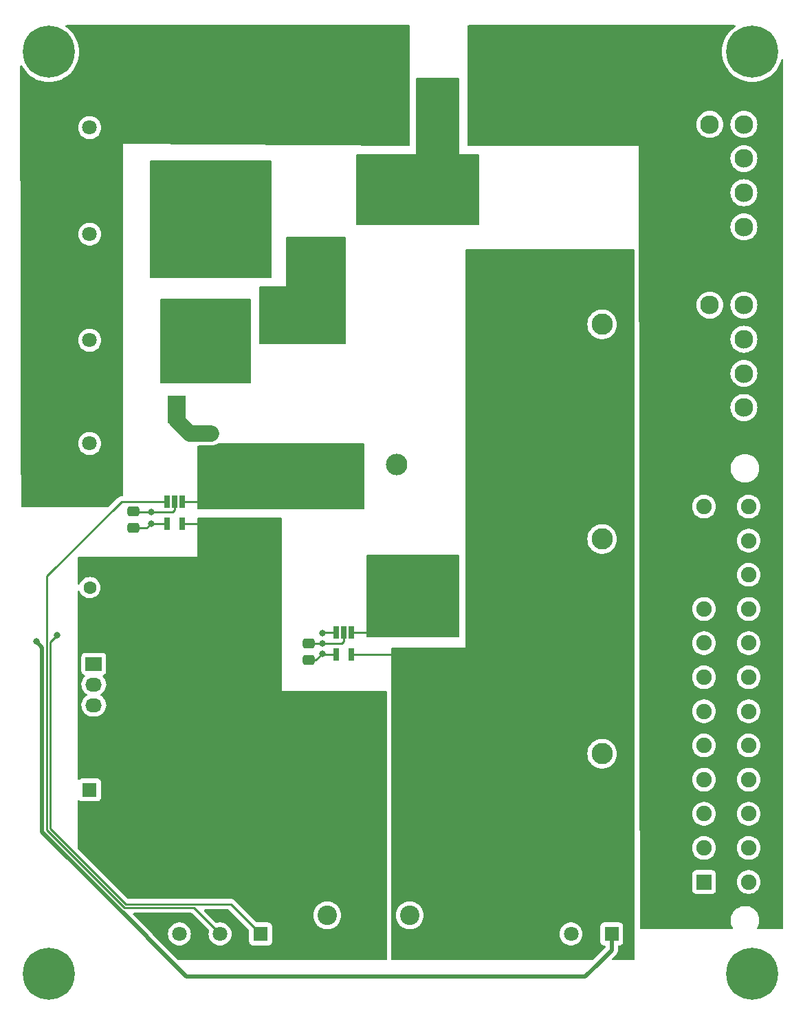
<source format=gbl>
G04 #@! TF.GenerationSoftware,KiCad,Pcbnew,7.0.1*
G04 #@! TF.CreationDate,2023-04-08T17:38:13-04:00*
G04 #@! TF.ProjectId,Input,496e7075-742e-46b6-9963-61645f706362,rev?*
G04 #@! TF.SameCoordinates,Original*
G04 #@! TF.FileFunction,Copper,L2,Bot*
G04 #@! TF.FilePolarity,Positive*
%FSLAX46Y46*%
G04 Gerber Fmt 4.6, Leading zero omitted, Abs format (unit mm)*
G04 Created by KiCad (PCBNEW 7.0.1) date 2023-04-08 17:38:13*
%MOMM*%
%LPD*%
G01*
G04 APERTURE LIST*
G04 Aperture macros list*
%AMRoundRect*
0 Rectangle with rounded corners*
0 $1 Rounding radius*
0 $2 $3 $4 $5 $6 $7 $8 $9 X,Y pos of 4 corners*
0 Add a 4 corners polygon primitive as box body*
4,1,4,$2,$3,$4,$5,$6,$7,$8,$9,$2,$3,0*
0 Add four circle primitives for the rounded corners*
1,1,$1+$1,$2,$3*
1,1,$1+$1,$4,$5*
1,1,$1+$1,$6,$7*
1,1,$1+$1,$8,$9*
0 Add four rect primitives between the rounded corners*
20,1,$1+$1,$2,$3,$4,$5,0*
20,1,$1+$1,$4,$5,$6,$7,0*
20,1,$1+$1,$6,$7,$8,$9,0*
20,1,$1+$1,$8,$9,$2,$3,0*%
G04 Aperture macros list end*
G04 #@! TA.AperFunction,ComponentPad*
%ADD10R,2.030000X1.730000*%
G04 #@! TD*
G04 #@! TA.AperFunction,ComponentPad*
%ADD11O,2.030000X1.730000*%
G04 #@! TD*
G04 #@! TA.AperFunction,ComponentPad*
%ADD12R,1.600000X1.600000*%
G04 #@! TD*
G04 #@! TA.AperFunction,ComponentPad*
%ADD13C,1.600000*%
G04 #@! TD*
G04 #@! TA.AperFunction,ComponentPad*
%ADD14RoundRect,0.750000X-0.750000X-0.750000X0.750000X-0.750000X0.750000X0.750000X-0.750000X0.750000X0*%
G04 #@! TD*
G04 #@! TA.AperFunction,ComponentPad*
%ADD15C,3.000000*%
G04 #@! TD*
G04 #@! TA.AperFunction,ComponentPad*
%ADD16C,6.400000*%
G04 #@! TD*
G04 #@! TA.AperFunction,ComponentPad*
%ADD17RoundRect,0.750000X0.750000X0.750000X-0.750000X0.750000X-0.750000X-0.750000X0.750000X-0.750000X0*%
G04 #@! TD*
G04 #@! TA.AperFunction,ComponentPad*
%ADD18R,1.803400X1.803400*%
G04 #@! TD*
G04 #@! TA.AperFunction,ComponentPad*
%ADD19C,1.803400*%
G04 #@! TD*
G04 #@! TA.AperFunction,ComponentPad*
%ADD20R,2.400000X2.400000*%
G04 #@! TD*
G04 #@! TA.AperFunction,ComponentPad*
%ADD21C,2.400000*%
G04 #@! TD*
G04 #@! TA.AperFunction,ComponentPad*
%ADD22R,1.900000X1.900000*%
G04 #@! TD*
G04 #@! TA.AperFunction,ComponentPad*
%ADD23C,1.900000*%
G04 #@! TD*
G04 #@! TA.AperFunction,ComponentPad*
%ADD24R,2.300000X2.300000*%
G04 #@! TD*
G04 #@! TA.AperFunction,ComponentPad*
%ADD25C,2.300000*%
G04 #@! TD*
G04 #@! TA.AperFunction,ComponentPad*
%ADD26R,2.616200X2.616200*%
G04 #@! TD*
G04 #@! TA.AperFunction,ComponentPad*
%ADD27C,2.616200*%
G04 #@! TD*
G04 #@! TA.AperFunction,ComponentPad*
%ADD28C,1.676400*%
G04 #@! TD*
G04 #@! TA.AperFunction,ComponentPad*
%ADD29C,2.641600*%
G04 #@! TD*
G04 #@! TA.AperFunction,ComponentPad*
%ADD30C,1.500000*%
G04 #@! TD*
G04 #@! TA.AperFunction,SMDPad,CuDef*
%ADD31R,0.650000X1.560000*%
G04 #@! TD*
G04 #@! TA.AperFunction,SMDPad,CuDef*
%ADD32RoundRect,0.250000X-0.475000X0.337500X-0.475000X-0.337500X0.475000X-0.337500X0.475000X0.337500X0*%
G04 #@! TD*
G04 #@! TA.AperFunction,SMDPad,CuDef*
%ADD33R,2.300000X3.500000*%
G04 #@! TD*
G04 #@! TA.AperFunction,SMDPad,CuDef*
%ADD34R,3.500000X2.300000*%
G04 #@! TD*
G04 #@! TA.AperFunction,SMDPad,CuDef*
%ADD35RoundRect,0.249999X-1.425001X0.450001X-1.425001X-0.450001X1.425001X-0.450001X1.425001X0.450001X0*%
G04 #@! TD*
G04 #@! TA.AperFunction,ViaPad*
%ADD36C,0.800000*%
G04 #@! TD*
G04 #@! TA.AperFunction,Conductor*
%ADD37C,0.250000*%
G04 #@! TD*
G04 #@! TA.AperFunction,Conductor*
%ADD38C,2.000000*%
G04 #@! TD*
G04 #@! TA.AperFunction,Conductor*
%ADD39C,0.500000*%
G04 #@! TD*
G04 APERTURE END LIST*
D10*
X107899799Y-117732000D03*
D11*
X107899799Y-120272000D03*
X107899799Y-122812000D03*
D12*
X109904379Y-108344000D03*
D13*
X107404379Y-108344000D03*
D14*
X124637000Y-108344000D03*
X117017000Y-108344000D03*
D15*
X151227000Y-108344000D03*
X143607000Y-108344000D03*
D16*
X102376000Y-42436000D03*
D17*
X143861000Y-59690000D03*
X151481000Y-59690000D03*
D15*
X124891000Y-59690000D03*
X117271000Y-59690000D03*
D18*
X107391799Y-56742000D03*
D19*
X107391799Y-51742000D03*
D18*
X171664000Y-150949001D03*
D19*
X166664000Y-150949001D03*
D20*
X151892000Y-148661000D03*
D21*
X146812000Y-148661000D03*
X141732000Y-148661000D03*
X136652000Y-148661000D03*
D22*
X183046000Y-144562000D03*
D23*
X183046000Y-140362000D03*
X183046000Y-136162000D03*
X183046000Y-131962000D03*
X183046000Y-127762000D03*
X183046000Y-123562000D03*
X183046000Y-119362000D03*
X183046000Y-115162000D03*
X183046000Y-110962000D03*
X183046000Y-106762000D03*
X183046000Y-102562000D03*
X183046000Y-98362000D03*
X188546000Y-144562000D03*
X188546000Y-140362000D03*
X188546000Y-136162000D03*
X188546000Y-131962000D03*
X188546000Y-127762000D03*
X188546000Y-123562000D03*
X188546000Y-119362000D03*
X188546000Y-115162000D03*
X188546000Y-110962000D03*
X188546000Y-106762000D03*
X188546000Y-102562000D03*
X188546000Y-98362000D03*
D24*
X183760000Y-63954800D03*
D25*
X183760000Y-59754800D03*
X183760000Y-55554800D03*
X183760000Y-51354800D03*
X187960000Y-63954800D03*
X187960000Y-59754800D03*
X187960000Y-55554800D03*
X187960000Y-51354800D03*
D24*
X183760000Y-86183000D03*
D25*
X183760000Y-81983000D03*
X183760000Y-77783000D03*
X183760000Y-73583000D03*
X187960000Y-86183000D03*
X187960000Y-81983000D03*
X187960000Y-77783000D03*
X187960000Y-73583000D03*
D16*
X102372000Y-155829000D03*
D26*
X160498500Y-102362000D03*
D27*
X170498500Y-102362000D03*
D16*
X188976000Y-155811000D03*
D28*
X122361800Y-89344800D03*
D29*
X137601800Y-93154800D03*
X145221800Y-93154800D03*
X135061800Y-75374800D03*
D28*
X122361800Y-79184800D03*
D18*
X145378000Y-47945999D03*
D19*
X150378000Y-47945999D03*
X155378000Y-47945999D03*
D18*
X107391799Y-69848400D03*
D19*
X107391799Y-64848400D03*
D18*
X107391799Y-95604000D03*
D19*
X107391799Y-90604000D03*
D26*
X160498500Y-128778000D03*
D27*
X170498500Y-128778000D03*
D18*
X107391799Y-82904000D03*
D19*
X107391799Y-77904000D03*
D18*
X107391799Y-133223000D03*
D19*
X107391799Y-128223000D03*
D30*
X127174000Y-67704000D03*
X135074000Y-67704000D03*
D16*
X188976000Y-42418000D03*
D18*
X128444000Y-150949001D03*
D19*
X123444000Y-150949001D03*
X118444000Y-150949001D03*
D26*
X160498500Y-75946000D03*
D27*
X170498500Y-75946000D03*
D31*
X116906000Y-97757500D03*
X117856000Y-97757500D03*
X118806000Y-97757500D03*
X118806000Y-100457500D03*
X116906000Y-100457500D03*
D32*
X112776000Y-98911500D03*
X112776000Y-100986500D03*
D33*
X118120000Y-81006000D03*
X118120000Y-86406000D03*
D34*
X125072000Y-74722000D03*
X130472000Y-74722000D03*
D32*
X134366000Y-115180500D03*
X134366000Y-117255500D03*
D35*
X125740000Y-95896000D03*
X125740000Y-101996000D03*
X147584000Y-112152000D03*
X147584000Y-118252000D03*
D31*
X137744000Y-113852000D03*
X138694000Y-113852000D03*
X139644000Y-113852000D03*
X139644000Y-116552000D03*
X137744000Y-116552000D03*
D36*
X114935000Y-99060000D03*
X136017000Y-115189000D03*
X136017000Y-116459000D03*
X114935000Y-100457000D03*
X100810500Y-114948000D03*
X103388000Y-114223500D03*
X136017000Y-113919000D03*
D37*
X125740000Y-100776000D02*
X125740000Y-101996000D01*
X125421500Y-100457500D02*
X125740000Y-100776000D01*
X118806000Y-100457500D02*
X125421500Y-100457500D01*
X117583500Y-99060000D02*
X114935000Y-99060000D01*
D38*
X118120000Y-87770000D02*
X119694800Y-89344800D01*
D37*
X136025500Y-115180500D02*
X138461500Y-115180500D01*
X117856000Y-97757500D02*
X117856000Y-98787500D01*
X138461500Y-115180500D02*
X138694000Y-114948000D01*
X136017000Y-115189000D02*
X136025500Y-115180500D01*
D38*
X119694800Y-89344800D02*
X122361800Y-89344800D01*
D37*
X114935000Y-99060000D02*
X113432500Y-99060000D01*
D38*
X118120000Y-86406000D02*
X118120000Y-87770000D01*
D37*
X138694000Y-114948000D02*
X138694000Y-113852000D01*
X117856000Y-98787500D02*
X117583500Y-99060000D01*
X134374500Y-115189000D02*
X134366000Y-115180500D01*
X136017000Y-115189000D02*
X134374500Y-115189000D01*
X145884000Y-116552000D02*
X139644000Y-116552000D01*
X147584000Y-118252000D02*
X145884000Y-116552000D01*
D39*
X100810500Y-114948000D02*
X101543000Y-115680500D01*
X168402000Y-156210000D02*
X170053000Y-154559000D01*
D37*
X114935500Y-100457500D02*
X114935000Y-100457000D01*
X136017000Y-116459000D02*
X136110000Y-116552000D01*
X114405500Y-100986500D02*
X114935000Y-100457000D01*
D39*
X119253000Y-156210000D02*
X168402000Y-156210000D01*
X114427000Y-151384000D02*
X119253000Y-156210000D01*
X101543000Y-138428568D02*
X114427000Y-151312568D01*
D37*
X112776000Y-100986500D02*
X114405500Y-100986500D01*
X136017000Y-116459000D02*
X135220500Y-117255500D01*
D39*
X170053000Y-154559000D02*
X171664000Y-152948000D01*
D37*
X135220500Y-117255500D02*
X134366000Y-117255500D01*
D39*
X171664000Y-152948000D02*
X171664000Y-150949001D01*
D37*
X136110000Y-116552000D02*
X137744000Y-116552000D01*
X116906000Y-100457500D02*
X114935500Y-100457500D01*
D39*
X114427000Y-151312568D02*
X114427000Y-151384000D01*
X101543000Y-115680500D02*
X101543000Y-138428568D01*
D37*
X147584000Y-112152000D02*
X145884000Y-113852000D01*
X145884000Y-113852000D02*
X139644000Y-113852000D01*
X102568000Y-115043500D02*
X102568000Y-138001000D01*
X111831000Y-147264000D02*
X124758999Y-147264000D01*
X124758999Y-147264000D02*
X128444000Y-150949001D01*
X102568000Y-138001000D02*
X111831000Y-147264000D01*
X137744000Y-113852000D02*
X136084000Y-113852000D01*
X103388000Y-114223500D02*
X102568000Y-115043500D01*
X136084000Y-113852000D02*
X136017000Y-113919000D01*
X123444000Y-150949001D02*
X120208999Y-147714000D01*
X102118000Y-138190396D02*
X102118000Y-106944000D01*
X116906000Y-97757500D02*
X111304500Y-97757500D01*
X111304500Y-97757500D02*
X102118000Y-106944000D01*
X120208999Y-147714000D02*
X111641604Y-147714000D01*
X111641604Y-147714000D02*
X102118000Y-138190396D01*
X125454500Y-97757500D02*
X118806000Y-97757500D01*
X125776000Y-95932000D02*
X125740000Y-95896000D01*
X125776000Y-97436000D02*
X125776000Y-95932000D01*
X125454500Y-97757500D02*
X125776000Y-97436000D01*
G04 #@! TA.AperFunction,Conductor*
G36*
X131011000Y-99724881D02*
G01*
X131057119Y-99771000D01*
X131074000Y-99834000D01*
X131074000Y-121044000D01*
X143902000Y-121044000D01*
X143965000Y-121060881D01*
X144011119Y-121107000D01*
X144028000Y-121170000D01*
X144028000Y-154065000D01*
X144011119Y-154128000D01*
X143965000Y-154174119D01*
X143902000Y-154191000D01*
X118358871Y-154191000D01*
X118310653Y-154181409D01*
X118269776Y-154154095D01*
X115146972Y-151031291D01*
X115128501Y-151001345D01*
X115126846Y-151002366D01*
X115120014Y-150991290D01*
X115110168Y-150970951D01*
X115095731Y-150949001D01*
X117028967Y-150949001D01*
X117048266Y-151181908D01*
X117048266Y-151181911D01*
X117048267Y-151181912D01*
X117105636Y-151408460D01*
X117199516Y-151622482D01*
X117327340Y-151818133D01*
X117485620Y-151990071D01*
X117485624Y-151990075D01*
X117622880Y-152096905D01*
X117670051Y-152133620D01*
X117875588Y-152244850D01*
X118096630Y-152320734D01*
X118211889Y-152339967D01*
X118327145Y-152359201D01*
X118327148Y-152359201D01*
X118560852Y-152359201D01*
X118560855Y-152359201D01*
X118659645Y-152342715D01*
X118791370Y-152320734D01*
X119012412Y-152244850D01*
X119217950Y-152133619D01*
X119402376Y-151990075D01*
X119560660Y-151818132D01*
X119688484Y-151622482D01*
X119782363Y-151408461D01*
X119839734Y-151181908D01*
X119859033Y-150949001D01*
X119839734Y-150716094D01*
X119782363Y-150489541D01*
X119688484Y-150275520D01*
X119560660Y-150079870D01*
X119560659Y-150079868D01*
X119402379Y-149907930D01*
X119402378Y-149907929D01*
X119402376Y-149907927D01*
X119291720Y-149821800D01*
X119217948Y-149764381D01*
X119012411Y-149653151D01*
X118847134Y-149596412D01*
X118791370Y-149577268D01*
X118791367Y-149577267D01*
X118791366Y-149577267D01*
X118560855Y-149538801D01*
X118560852Y-149538801D01*
X118327148Y-149538801D01*
X118327145Y-149538801D01*
X118096633Y-149577267D01*
X117875588Y-149653151D01*
X117670051Y-149764381D01*
X117485620Y-149907930D01*
X117327340Y-150079868D01*
X117199516Y-150275519D01*
X117105636Y-150489541D01*
X117084627Y-150572506D01*
X117048266Y-150716094D01*
X117028967Y-150949001D01*
X115095731Y-150949001D01*
X115067756Y-150906468D01*
X115065812Y-150903414D01*
X115025330Y-150837781D01*
X115012964Y-150822602D01*
X114956825Y-150769637D01*
X114954197Y-150767084D01*
X112749708Y-148562595D01*
X112718970Y-148512436D01*
X112714354Y-148453789D01*
X112736867Y-148399439D01*
X112781600Y-148361233D01*
X112838803Y-148347500D01*
X119894405Y-148347500D01*
X119942623Y-148357091D01*
X119983500Y-148384405D01*
X122051576Y-150452481D01*
X122083960Y-150508126D01*
X122084626Y-150572506D01*
X122048266Y-150716092D01*
X122043829Y-150769637D01*
X122028967Y-150949001D01*
X122048266Y-151181908D01*
X122048266Y-151181911D01*
X122048267Y-151181912D01*
X122105636Y-151408460D01*
X122199516Y-151622482D01*
X122327340Y-151818133D01*
X122485620Y-151990071D01*
X122485624Y-151990075D01*
X122622880Y-152096905D01*
X122670051Y-152133620D01*
X122875588Y-152244850D01*
X123096630Y-152320734D01*
X123211889Y-152339967D01*
X123327145Y-152359201D01*
X123327148Y-152359201D01*
X123560852Y-152359201D01*
X123560855Y-152359201D01*
X123659645Y-152342715D01*
X123791370Y-152320734D01*
X124012412Y-152244850D01*
X124217950Y-152133619D01*
X124402376Y-151990075D01*
X124560660Y-151818132D01*
X124688484Y-151622482D01*
X124782363Y-151408461D01*
X124839734Y-151181908D01*
X124859033Y-150949001D01*
X124839734Y-150716094D01*
X124782363Y-150489541D01*
X124688484Y-150275520D01*
X124560660Y-150079870D01*
X124560659Y-150079868D01*
X124402379Y-149907930D01*
X124402378Y-149907929D01*
X124402376Y-149907927D01*
X124291720Y-149821800D01*
X124217948Y-149764381D01*
X124012411Y-149653151D01*
X123847134Y-149596412D01*
X123791370Y-149577268D01*
X123791367Y-149577267D01*
X123791366Y-149577267D01*
X123560855Y-149538801D01*
X123560852Y-149538801D01*
X123327148Y-149538801D01*
X123327145Y-149538801D01*
X123096632Y-149577267D01*
X123075386Y-149584560D01*
X123006076Y-149588142D01*
X122945384Y-149554480D01*
X121503499Y-148112595D01*
X121472761Y-148062436D01*
X121468145Y-148003789D01*
X121490658Y-147949439D01*
X121535391Y-147911233D01*
X121592594Y-147897500D01*
X124444405Y-147897500D01*
X124492623Y-147907091D01*
X124533500Y-147934405D01*
X126996895Y-150397800D01*
X127024209Y-150438677D01*
X127033800Y-150486895D01*
X127033800Y-151899339D01*
X127040311Y-151959901D01*
X127091411Y-152096906D01*
X127179038Y-152213962D01*
X127296094Y-152301589D01*
X127296095Y-152301589D01*
X127296096Y-152301590D01*
X127433099Y-152352690D01*
X127493662Y-152359201D01*
X129394338Y-152359201D01*
X129454901Y-152352690D01*
X129591904Y-152301590D01*
X129708961Y-152213962D01*
X129796589Y-152096905D01*
X129847689Y-151959902D01*
X129854200Y-151899339D01*
X129854200Y-149998663D01*
X129847689Y-149938100D01*
X129796589Y-149801097D01*
X129796588Y-149801095D01*
X129708961Y-149684039D01*
X129591905Y-149596412D01*
X129523402Y-149570862D01*
X129454901Y-149545312D01*
X129394338Y-149538801D01*
X127981895Y-149538801D01*
X127933677Y-149529210D01*
X127892800Y-149501896D01*
X127051903Y-148660999D01*
X134938709Y-148660999D01*
X134957845Y-148916354D01*
X135014826Y-149166002D01*
X135108378Y-149404369D01*
X135236413Y-149626131D01*
X135396065Y-149826330D01*
X135396068Y-149826332D01*
X135396069Y-149826334D01*
X135484009Y-149907930D01*
X135583784Y-150000508D01*
X135742461Y-150108691D01*
X135795355Y-150144754D01*
X135914960Y-150202352D01*
X136026064Y-150255858D01*
X136080635Y-150272690D01*
X136270757Y-150331335D01*
X136523966Y-150369500D01*
X136780032Y-150369500D01*
X136780034Y-150369500D01*
X137033243Y-150331335D01*
X137277935Y-150255858D01*
X137508646Y-150144754D01*
X137720219Y-150000505D01*
X137907931Y-149826334D01*
X138067587Y-149626131D01*
X138195622Y-149404369D01*
X138289174Y-149166001D01*
X138346155Y-148916353D01*
X138365291Y-148661000D01*
X138346155Y-148405647D01*
X138289174Y-148155999D01*
X138195622Y-147917631D01*
X138067587Y-147695869D01*
X138027673Y-147645818D01*
X137907934Y-147495669D01*
X137907931Y-147495666D01*
X137720219Y-147321495D01*
X137508646Y-147177246D01*
X137508645Y-147177245D01*
X137508643Y-147177244D01*
X137277935Y-147066141D01*
X137101018Y-147011570D01*
X137033243Y-146990665D01*
X136780034Y-146952500D01*
X136523966Y-146952500D01*
X136270757Y-146990665D01*
X136270753Y-146990666D01*
X136270754Y-146990666D01*
X136026064Y-147066141D01*
X135795354Y-147177246D01*
X135583784Y-147321491D01*
X135396065Y-147495669D01*
X135236413Y-147695868D01*
X135108378Y-147917630D01*
X135014826Y-148155997D01*
X134957845Y-148405645D01*
X134938709Y-148660999D01*
X127051903Y-148660999D01*
X125266243Y-146875339D01*
X125253170Y-146859021D01*
X125201348Y-146810357D01*
X125198536Y-146807632D01*
X125178769Y-146787865D01*
X125175574Y-146785386D01*
X125166552Y-146777681D01*
X125134319Y-146747413D01*
X125116566Y-146737653D01*
X125100040Y-146726797D01*
X125084040Y-146714386D01*
X125043465Y-146696828D01*
X125032803Y-146691604D01*
X124994062Y-146670305D01*
X124980312Y-146666775D01*
X124974436Y-146665266D01*
X124955730Y-146658862D01*
X124937144Y-146650819D01*
X124893474Y-146643902D01*
X124881852Y-146641495D01*
X124839029Y-146630500D01*
X124839028Y-146630500D01*
X124818775Y-146630500D01*
X124799065Y-146628949D01*
X124779056Y-146625779D01*
X124735038Y-146629941D01*
X124723180Y-146630500D01*
X112145595Y-146630500D01*
X112097377Y-146620909D01*
X112056500Y-146593595D01*
X105964905Y-140502000D01*
X105937591Y-140461123D01*
X105928000Y-140412905D01*
X105928000Y-134590829D01*
X105946803Y-134524611D01*
X105997600Y-134478157D01*
X106065231Y-134465331D01*
X106129509Y-134489961D01*
X106243893Y-134575588D01*
X106243894Y-134575588D01*
X106243895Y-134575589D01*
X106380898Y-134626689D01*
X106441461Y-134633200D01*
X108342137Y-134633200D01*
X108402700Y-134626689D01*
X108539703Y-134575589D01*
X108656760Y-134487961D01*
X108744388Y-134370904D01*
X108795488Y-134233901D01*
X108801999Y-134173338D01*
X108801999Y-132272662D01*
X108795488Y-132212099D01*
X108744388Y-132075096D01*
X108673701Y-131980669D01*
X108656760Y-131958038D01*
X108539704Y-131870411D01*
X108471201Y-131844860D01*
X108402700Y-131819311D01*
X108342137Y-131812800D01*
X106441461Y-131812800D01*
X106380898Y-131819311D01*
X106243893Y-131870411D01*
X106129509Y-131956039D01*
X106065231Y-131980669D01*
X105997600Y-131967843D01*
X105946803Y-131921389D01*
X105928000Y-131855171D01*
X105928000Y-122753495D01*
X106372574Y-122753495D01*
X106382497Y-122987087D01*
X106431755Y-123215645D01*
X106518929Y-123432589D01*
X106591089Y-123549783D01*
X106641516Y-123631682D01*
X106641517Y-123631684D01*
X106641519Y-123631686D01*
X106795980Y-123807187D01*
X106795982Y-123807188D01*
X106795985Y-123807192D01*
X106977893Y-123954072D01*
X106977894Y-123954072D01*
X106977896Y-123954074D01*
X107182003Y-124068095D01*
X107182007Y-124068097D01*
X107402456Y-124145987D01*
X107632897Y-124185500D01*
X108108145Y-124185500D01*
X108108146Y-124185500D01*
X108282762Y-124170638D01*
X108387537Y-124143356D01*
X108509021Y-124111725D01*
X108722070Y-124015420D01*
X108915779Y-123884496D01*
X108972044Y-123830569D01*
X109084571Y-123722722D01*
X109084571Y-123722721D01*
X109084575Y-123722718D01*
X109223603Y-123534740D01*
X109328862Y-123325970D01*
X109397326Y-123102414D01*
X109427023Y-122870504D01*
X109417100Y-122636910D01*
X109367842Y-122408354D01*
X109323511Y-122298030D01*
X109280668Y-122191410D01*
X109217771Y-122089260D01*
X109158082Y-121992318D01*
X109077960Y-121901282D01*
X109003617Y-121816812D01*
X109003615Y-121816810D01*
X109003613Y-121816808D01*
X108821705Y-121669928D01*
X108821701Y-121669926D01*
X108821699Y-121669924D01*
X108788249Y-121651237D01*
X108742406Y-121607300D01*
X108723813Y-121546585D01*
X108737191Y-121484512D01*
X108779143Y-121436846D01*
X108915779Y-121344496D01*
X109084571Y-121182722D01*
X109084571Y-121182721D01*
X109084575Y-121182718D01*
X109223603Y-120994740D01*
X109328862Y-120785970D01*
X109397326Y-120562414D01*
X109427023Y-120330504D01*
X109417100Y-120096910D01*
X109367842Y-119868354D01*
X109323511Y-119758030D01*
X109280668Y-119651410D01*
X109217771Y-119549260D01*
X109158082Y-119452318D01*
X109077960Y-119361282D01*
X109011717Y-119286015D01*
X108983848Y-119232456D01*
X108984096Y-119172080D01*
X109012403Y-119118751D01*
X109062267Y-119084715D01*
X109161003Y-119047889D01*
X109278060Y-118960261D01*
X109365688Y-118843204D01*
X109416788Y-118706201D01*
X109423299Y-118645638D01*
X109423299Y-116818362D01*
X109416788Y-116757799D01*
X109365688Y-116620796D01*
X109365687Y-116620794D01*
X109278060Y-116503738D01*
X109161004Y-116416111D01*
X109092501Y-116390561D01*
X109024000Y-116365011D01*
X108963437Y-116358500D01*
X106836161Y-116358500D01*
X106775598Y-116365011D01*
X106638593Y-116416111D01*
X106521537Y-116503738D01*
X106433910Y-116620794D01*
X106382810Y-116757799D01*
X106376299Y-116818362D01*
X106376299Y-118645638D01*
X106382810Y-118706200D01*
X106433910Y-118843205D01*
X106521537Y-118960261D01*
X106638593Y-119047888D01*
X106638594Y-119047888D01*
X106638595Y-119047889D01*
X106740941Y-119086062D01*
X106792567Y-119122110D01*
X106820305Y-119178641D01*
X106817223Y-119241534D01*
X106784092Y-119295083D01*
X106715024Y-119361280D01*
X106575995Y-119549260D01*
X106470735Y-119758031D01*
X106402271Y-119981588D01*
X106372574Y-120213495D01*
X106382497Y-120447087D01*
X106431755Y-120675645D01*
X106518929Y-120892589D01*
X106591089Y-121009783D01*
X106641516Y-121091682D01*
X106641517Y-121091684D01*
X106641519Y-121091686D01*
X106795980Y-121267187D01*
X106795982Y-121267188D01*
X106795985Y-121267192D01*
X106977893Y-121414072D01*
X106977897Y-121414075D01*
X107011347Y-121432761D01*
X107057191Y-121476697D01*
X107075785Y-121537413D01*
X107062408Y-121599486D01*
X107020456Y-121647153D01*
X106883816Y-121739505D01*
X106715026Y-121901277D01*
X106575995Y-122089260D01*
X106470735Y-122298031D01*
X106402271Y-122521588D01*
X106372574Y-122753495D01*
X105928000Y-122753495D01*
X105928000Y-108842419D01*
X105945997Y-108777524D01*
X105994847Y-108731168D01*
X106060594Y-108716592D01*
X106124458Y-108737960D01*
X106168195Y-108789169D01*
X106266856Y-109000749D01*
X106398183Y-109188303D01*
X106560075Y-109350195D01*
X106747628Y-109481522D01*
X106955135Y-109578284D01*
X107014393Y-109594162D01*
X107176292Y-109637543D01*
X107404379Y-109657498D01*
X107632466Y-109637543D01*
X107853622Y-109578284D01*
X108061128Y-109481523D01*
X108248679Y-109350198D01*
X108410577Y-109188300D01*
X108541902Y-109000749D01*
X108638663Y-108793243D01*
X108697922Y-108572087D01*
X108717877Y-108344000D01*
X108697922Y-108115913D01*
X108638663Y-107894757D01*
X108541902Y-107687251D01*
X108410577Y-107499700D01*
X108410576Y-107499699D01*
X108410574Y-107499696D01*
X108248682Y-107337804D01*
X108061129Y-107206477D01*
X107853622Y-107109715D01*
X107632466Y-107050457D01*
X107404379Y-107030502D01*
X107176291Y-107050457D01*
X106955135Y-107109715D01*
X106747628Y-107206477D01*
X106560075Y-107337804D01*
X106398183Y-107499696D01*
X106266856Y-107687250D01*
X106168195Y-107898831D01*
X106124458Y-107950040D01*
X106060594Y-107971408D01*
X105994847Y-107956832D01*
X105945997Y-107910476D01*
X105928000Y-107845581D01*
X105928000Y-104660000D01*
X105944881Y-104597000D01*
X105991000Y-104550881D01*
X106054000Y-104534000D01*
X120660000Y-104534000D01*
X120660000Y-99834000D01*
X120676881Y-99771000D01*
X120723000Y-99724881D01*
X120786000Y-99708000D01*
X130948000Y-99708000D01*
X131011000Y-99724881D01*
G37*
G04 #@! TD.AperFunction*
G04 #@! TA.AperFunction,Conductor*
G36*
X129741000Y-55782881D02*
G01*
X129787119Y-55829000D01*
X129804000Y-55892000D01*
X129804000Y-70118000D01*
X129787119Y-70181000D01*
X129741000Y-70227119D01*
X129678000Y-70244000D01*
X114944000Y-70244000D01*
X114881000Y-70227119D01*
X114834881Y-70181000D01*
X114818000Y-70118000D01*
X114818000Y-55892000D01*
X114834881Y-55829000D01*
X114881000Y-55782881D01*
X114944000Y-55766000D01*
X129678000Y-55766000D01*
X129741000Y-55782881D01*
G37*
G04 #@! TD.AperFunction*
G04 #@! TA.AperFunction,Conductor*
G36*
X152855000Y-45622881D02*
G01*
X152901119Y-45669000D01*
X152918000Y-45732000D01*
X152918000Y-55004000D01*
X155205000Y-55004000D01*
X155268000Y-55020881D01*
X155314119Y-55067000D01*
X155331000Y-55130000D01*
X155331000Y-63641000D01*
X155314119Y-63704000D01*
X155268000Y-63750119D01*
X155205000Y-63767000D01*
X140344000Y-63767000D01*
X140281000Y-63750119D01*
X140234881Y-63704000D01*
X140218000Y-63641000D01*
X140218000Y-55130000D01*
X140234881Y-55067000D01*
X140281000Y-55020881D01*
X140344000Y-55004000D01*
X147584000Y-55004000D01*
X147584000Y-45732000D01*
X147600881Y-45669000D01*
X147647000Y-45622881D01*
X147710000Y-45606000D01*
X152792000Y-45606000D01*
X152855000Y-45622881D01*
G37*
G04 #@! TD.AperFunction*
G04 #@! TA.AperFunction,Conductor*
G36*
X174445000Y-66704881D02*
G01*
X174491119Y-66751000D01*
X174508000Y-66814000D01*
X174508000Y-154065000D01*
X174491119Y-154128000D01*
X174445000Y-154174119D01*
X174382000Y-154191000D01*
X171797870Y-154191000D01*
X171740667Y-154177267D01*
X171695934Y-154139061D01*
X171673421Y-154084711D01*
X171678037Y-154026064D01*
X171708772Y-153975907D01*
X172154783Y-153529896D01*
X172168624Y-153517936D01*
X172188058Y-153503469D01*
X172220228Y-153465128D01*
X172227645Y-153457034D01*
X172231580Y-153453101D01*
X172251043Y-153428484D01*
X172253268Y-153425753D01*
X172302032Y-153367640D01*
X172302033Y-153367636D01*
X172302890Y-153366616D01*
X172313402Y-153350116D01*
X172313965Y-153348908D01*
X172313967Y-153348906D01*
X172346005Y-153280198D01*
X172347582Y-153276940D01*
X172381609Y-153209188D01*
X172381610Y-153209183D01*
X172382212Y-153207985D01*
X172388633Y-153189509D01*
X172388901Y-153188209D01*
X172388903Y-153188206D01*
X172404241Y-153113918D01*
X172405015Y-153110425D01*
X172422500Y-153036656D01*
X172422500Y-153036655D01*
X172422807Y-153035360D01*
X172424796Y-153015887D01*
X172424757Y-153014560D01*
X172424758Y-153014558D01*
X172422552Y-152938760D01*
X172422500Y-152935097D01*
X172422500Y-152485201D01*
X172439381Y-152422201D01*
X172485500Y-152376082D01*
X172548500Y-152359201D01*
X172614338Y-152359201D01*
X172674901Y-152352690D01*
X172811904Y-152301590D01*
X172928961Y-152213962D01*
X173016589Y-152096905D01*
X173067689Y-151959902D01*
X173074200Y-151899339D01*
X173074200Y-149998663D01*
X173067689Y-149938100D01*
X173016589Y-149801097D01*
X173016588Y-149801095D01*
X172928961Y-149684039D01*
X172811905Y-149596412D01*
X172743402Y-149570862D01*
X172674901Y-149545312D01*
X172614338Y-149538801D01*
X170713662Y-149538801D01*
X170653099Y-149545312D01*
X170516094Y-149596412D01*
X170399038Y-149684039D01*
X170311411Y-149801095D01*
X170260311Y-149938100D01*
X170253800Y-149998663D01*
X170253800Y-151899339D01*
X170260311Y-151959901D01*
X170311411Y-152096906D01*
X170399038Y-152213962D01*
X170516094Y-152301589D01*
X170516095Y-152301589D01*
X170516096Y-152301590D01*
X170653099Y-152352690D01*
X170713662Y-152359201D01*
X170779500Y-152359201D01*
X170842500Y-152376082D01*
X170888619Y-152422201D01*
X170905500Y-152485201D01*
X170905500Y-152581629D01*
X170895909Y-152629847D01*
X170868597Y-152670721D01*
X170604222Y-152935097D01*
X169519819Y-154019498D01*
X169519817Y-154019502D01*
X169385221Y-154154097D01*
X169344347Y-154181409D01*
X169296129Y-154191000D01*
X144662000Y-154191000D01*
X144599000Y-154174119D01*
X144552881Y-154128000D01*
X144536000Y-154065000D01*
X144536000Y-150949001D01*
X165248967Y-150949001D01*
X165268266Y-151181908D01*
X165268266Y-151181911D01*
X165268267Y-151181912D01*
X165325636Y-151408460D01*
X165419516Y-151622482D01*
X165547340Y-151818133D01*
X165705620Y-151990071D01*
X165705624Y-151990075D01*
X165842880Y-152096905D01*
X165890051Y-152133620D01*
X166095588Y-152244850D01*
X166316630Y-152320734D01*
X166431889Y-152339967D01*
X166547145Y-152359201D01*
X166547148Y-152359201D01*
X166780852Y-152359201D01*
X166780855Y-152359201D01*
X166879645Y-152342715D01*
X167011370Y-152320734D01*
X167232412Y-152244850D01*
X167437950Y-152133619D01*
X167622376Y-151990075D01*
X167780660Y-151818132D01*
X167908484Y-151622482D01*
X168002363Y-151408461D01*
X168059734Y-151181908D01*
X168079033Y-150949001D01*
X168059734Y-150716094D01*
X168002363Y-150489541D01*
X167908484Y-150275520D01*
X167780660Y-150079870D01*
X167780659Y-150079868D01*
X167622379Y-149907930D01*
X167622378Y-149907929D01*
X167622376Y-149907927D01*
X167511720Y-149821800D01*
X167437948Y-149764381D01*
X167232411Y-149653151D01*
X167067134Y-149596412D01*
X167011370Y-149577268D01*
X167011367Y-149577267D01*
X167011366Y-149577267D01*
X166780855Y-149538801D01*
X166780852Y-149538801D01*
X166547148Y-149538801D01*
X166547145Y-149538801D01*
X166316633Y-149577267D01*
X166095588Y-149653151D01*
X165890051Y-149764381D01*
X165705620Y-149907930D01*
X165547340Y-150079868D01*
X165419516Y-150275519D01*
X165325636Y-150489541D01*
X165268267Y-150716089D01*
X165268266Y-150716094D01*
X165248967Y-150949001D01*
X144536000Y-150949001D01*
X144536000Y-148660999D01*
X145098709Y-148660999D01*
X145117845Y-148916354D01*
X145174826Y-149166002D01*
X145268378Y-149404369D01*
X145396413Y-149626131D01*
X145556065Y-149826330D01*
X145556068Y-149826332D01*
X145556069Y-149826334D01*
X145644009Y-149907930D01*
X145743784Y-150000508D01*
X145902461Y-150108691D01*
X145955355Y-150144754D01*
X146074960Y-150202352D01*
X146186064Y-150255858D01*
X146240635Y-150272690D01*
X146430757Y-150331335D01*
X146683966Y-150369500D01*
X146940032Y-150369500D01*
X146940034Y-150369500D01*
X147193243Y-150331335D01*
X147437935Y-150255858D01*
X147668646Y-150144754D01*
X147880219Y-150000505D01*
X148067931Y-149826334D01*
X148227587Y-149626131D01*
X148355622Y-149404369D01*
X148449174Y-149166001D01*
X148506155Y-148916353D01*
X148525291Y-148661000D01*
X148506155Y-148405647D01*
X148449174Y-148155999D01*
X148355622Y-147917631D01*
X148227587Y-147695869D01*
X148187673Y-147645818D01*
X148067934Y-147495669D01*
X148067931Y-147495666D01*
X147880219Y-147321495D01*
X147668646Y-147177246D01*
X147668645Y-147177245D01*
X147668643Y-147177244D01*
X147437935Y-147066141D01*
X147261018Y-147011570D01*
X147193243Y-146990665D01*
X146940034Y-146952500D01*
X146683966Y-146952500D01*
X146430757Y-146990665D01*
X146430753Y-146990666D01*
X146430754Y-146990666D01*
X146186064Y-147066141D01*
X145955354Y-147177246D01*
X145743784Y-147321491D01*
X145556065Y-147495669D01*
X145396413Y-147695868D01*
X145268378Y-147917630D01*
X145174826Y-148155997D01*
X145117845Y-148405645D01*
X145098709Y-148660999D01*
X144536000Y-148660999D01*
X144536000Y-128778000D01*
X168676806Y-128778000D01*
X168697153Y-129049510D01*
X168757739Y-129314955D01*
X168857210Y-129568403D01*
X168993346Y-129804197D01*
X169163100Y-130017063D01*
X169163103Y-130017065D01*
X169163104Y-130017067D01*
X169362692Y-130202258D01*
X169587653Y-130355633D01*
X169714825Y-130416876D01*
X169832959Y-130473767D01*
X169907638Y-130496802D01*
X170093135Y-130554020D01*
X170362365Y-130594600D01*
X170634632Y-130594600D01*
X170634635Y-130594600D01*
X170903865Y-130554020D01*
X171164040Y-130473767D01*
X171409347Y-130355633D01*
X171634308Y-130202258D01*
X171833896Y-130017067D01*
X172003654Y-129804197D01*
X172139790Y-129568403D01*
X172239261Y-129314954D01*
X172299847Y-129049509D01*
X172320194Y-128778000D01*
X172299847Y-128506491D01*
X172239261Y-128241046D01*
X172139790Y-127987597D01*
X172003654Y-127751803D01*
X171961214Y-127698585D01*
X171833899Y-127538936D01*
X171833896Y-127538933D01*
X171634308Y-127353742D01*
X171409347Y-127200367D01*
X171409346Y-127200366D01*
X171164040Y-127082232D01*
X170903868Y-127001981D01*
X170903865Y-127001980D01*
X170634635Y-126961400D01*
X170362365Y-126961400D01*
X170093135Y-127001980D01*
X170093132Y-127001980D01*
X170093131Y-127001981D01*
X169832959Y-127082232D01*
X169587652Y-127200367D01*
X169362695Y-127353739D01*
X169163100Y-127538936D01*
X168993346Y-127751802D01*
X168857210Y-127987596D01*
X168757739Y-128241044D01*
X168697153Y-128506489D01*
X168676806Y-128778000D01*
X144536000Y-128778000D01*
X144536000Y-115836000D01*
X144552881Y-115773000D01*
X144599000Y-115726881D01*
X144662000Y-115710000D01*
X153680000Y-115710000D01*
X153680000Y-102361999D01*
X168676806Y-102361999D01*
X168697153Y-102633510D01*
X168757739Y-102898955D01*
X168857210Y-103152403D01*
X168993346Y-103388197D01*
X169163100Y-103601063D01*
X169163103Y-103601065D01*
X169163104Y-103601067D01*
X169362692Y-103786258D01*
X169587653Y-103939633D01*
X169671270Y-103979901D01*
X169832959Y-104057767D01*
X169907638Y-104080802D01*
X170093135Y-104138020D01*
X170362365Y-104178600D01*
X170634632Y-104178600D01*
X170634635Y-104178600D01*
X170903865Y-104138020D01*
X171164040Y-104057767D01*
X171409347Y-103939633D01*
X171634308Y-103786258D01*
X171833896Y-103601067D01*
X172003654Y-103388197D01*
X172139790Y-103152403D01*
X172239261Y-102898954D01*
X172299847Y-102633509D01*
X172320194Y-102362000D01*
X172299847Y-102090491D01*
X172239261Y-101825046D01*
X172139790Y-101571597D01*
X172003654Y-101335803D01*
X171961214Y-101282585D01*
X171833899Y-101122936D01*
X171833896Y-101122933D01*
X171634308Y-100937742D01*
X171409347Y-100784367D01*
X171164040Y-100666232D01*
X170903868Y-100585981D01*
X170903865Y-100585980D01*
X170634635Y-100545400D01*
X170362365Y-100545400D01*
X170093135Y-100585980D01*
X170093132Y-100585980D01*
X170093131Y-100585981D01*
X169832959Y-100666232D01*
X169587652Y-100784367D01*
X169362695Y-100937739D01*
X169163100Y-101122936D01*
X168993346Y-101335802D01*
X168857210Y-101571596D01*
X168757739Y-101825044D01*
X168697153Y-102090489D01*
X168676806Y-102361999D01*
X153680000Y-102361999D01*
X153680000Y-75946000D01*
X168676806Y-75946000D01*
X168697153Y-76217510D01*
X168757739Y-76482955D01*
X168857210Y-76736403D01*
X168993346Y-76972197D01*
X169163100Y-77185063D01*
X169163103Y-77185065D01*
X169163104Y-77185067D01*
X169362692Y-77370258D01*
X169587653Y-77523633D01*
X169714825Y-77584876D01*
X169832959Y-77641767D01*
X169907638Y-77664802D01*
X170093135Y-77722020D01*
X170362365Y-77762600D01*
X170634632Y-77762600D01*
X170634635Y-77762600D01*
X170903865Y-77722020D01*
X171164040Y-77641767D01*
X171409347Y-77523633D01*
X171634308Y-77370258D01*
X171833896Y-77185067D01*
X172003654Y-76972197D01*
X172139790Y-76736403D01*
X172239261Y-76482954D01*
X172299847Y-76217509D01*
X172320194Y-75946000D01*
X172299847Y-75674491D01*
X172239261Y-75409046D01*
X172139790Y-75155597D01*
X172003654Y-74919803D01*
X171961214Y-74866585D01*
X171833899Y-74706936D01*
X171833896Y-74706933D01*
X171634308Y-74521742D01*
X171409347Y-74368367D01*
X171409346Y-74368366D01*
X171164040Y-74250232D01*
X170903868Y-74169981D01*
X170903865Y-74169980D01*
X170634635Y-74129400D01*
X170362365Y-74129400D01*
X170093135Y-74169980D01*
X170093132Y-74169980D01*
X170093131Y-74169981D01*
X169832959Y-74250232D01*
X169587652Y-74368367D01*
X169362695Y-74521739D01*
X169163100Y-74706936D01*
X168993346Y-74919802D01*
X168857210Y-75155596D01*
X168757739Y-75409044D01*
X168697153Y-75674489D01*
X168676806Y-75946000D01*
X153680000Y-75946000D01*
X153680000Y-66814000D01*
X153696881Y-66751000D01*
X153743000Y-66704881D01*
X153806000Y-66688000D01*
X174382000Y-66688000D01*
X174445000Y-66704881D01*
G37*
G04 #@! TD.AperFunction*
G04 #@! TA.AperFunction,Conductor*
G36*
X146753204Y-39144507D02*
G01*
X146799321Y-39190592D01*
X146816230Y-39253558D01*
X146825855Y-53881025D01*
X146808839Y-53944342D01*
X146762313Y-53990538D01*
X146698877Y-54007104D01*
X111516000Y-53733999D01*
X111516000Y-96998000D01*
X111499119Y-97061000D01*
X111453000Y-97107119D01*
X111390000Y-97124000D01*
X111388353Y-97124000D01*
X111367563Y-97121704D01*
X111296501Y-97123938D01*
X111292543Y-97124000D01*
X111264642Y-97124000D01*
X111260634Y-97124506D01*
X111248813Y-97125436D01*
X111204608Y-97126825D01*
X111185151Y-97132478D01*
X111165801Y-97136486D01*
X111145702Y-97139025D01*
X111104593Y-97155302D01*
X111093365Y-97159146D01*
X111050908Y-97171481D01*
X111033464Y-97181797D01*
X111015717Y-97190490D01*
X110996884Y-97197946D01*
X110961111Y-97223937D01*
X110951193Y-97230451D01*
X110913139Y-97252957D01*
X110898812Y-97267283D01*
X110883783Y-97280118D01*
X110867394Y-97292025D01*
X110839201Y-97326104D01*
X110831213Y-97334881D01*
X109765000Y-98401095D01*
X109724123Y-98428409D01*
X109675905Y-98438000D01*
X99068731Y-98438000D01*
X99005809Y-98421164D01*
X98959702Y-98375156D01*
X98942731Y-98312270D01*
X98926225Y-90604000D01*
X105976766Y-90604000D01*
X105996065Y-90836907D01*
X105996065Y-90836910D01*
X105996066Y-90836911D01*
X106053435Y-91063459D01*
X106147315Y-91277481D01*
X106275139Y-91473132D01*
X106433419Y-91645070D01*
X106433423Y-91645074D01*
X106580963Y-91759909D01*
X106617850Y-91788619D01*
X106823386Y-91899848D01*
X106823387Y-91899849D01*
X107044429Y-91975733D01*
X107159687Y-91994966D01*
X107274944Y-92014200D01*
X107274947Y-92014200D01*
X107508651Y-92014200D01*
X107508654Y-92014200D01*
X107607444Y-91997714D01*
X107739169Y-91975733D01*
X107960211Y-91899849D01*
X108165749Y-91788618D01*
X108350175Y-91645074D01*
X108508459Y-91473131D01*
X108636283Y-91277481D01*
X108730162Y-91063460D01*
X108787533Y-90836907D01*
X108806832Y-90604000D01*
X108787533Y-90371093D01*
X108730162Y-90144540D01*
X108636283Y-89930519D01*
X108568455Y-89826701D01*
X108508458Y-89734867D01*
X108350178Y-89562929D01*
X108350177Y-89562928D01*
X108350175Y-89562926D01*
X108239519Y-89476799D01*
X108165747Y-89419380D01*
X107960210Y-89308150D01*
X107819264Y-89259763D01*
X107739169Y-89232267D01*
X107739166Y-89232266D01*
X107739165Y-89232266D01*
X107508654Y-89193800D01*
X107508651Y-89193800D01*
X107274947Y-89193800D01*
X107274944Y-89193800D01*
X107044432Y-89232266D01*
X106823387Y-89308150D01*
X106617850Y-89419380D01*
X106433419Y-89562929D01*
X106275139Y-89734867D01*
X106147315Y-89930518D01*
X106053435Y-90144540D01*
X105996066Y-90371088D01*
X105996065Y-90371093D01*
X105976766Y-90604000D01*
X98926225Y-90604000D01*
X98899030Y-77904000D01*
X105976766Y-77904000D01*
X105996065Y-78136907D01*
X105996065Y-78136910D01*
X105996066Y-78136911D01*
X106053435Y-78363459D01*
X106147315Y-78577481D01*
X106275139Y-78773132D01*
X106433419Y-78945070D01*
X106433423Y-78945074D01*
X106580963Y-79059909D01*
X106617850Y-79088619D01*
X106823386Y-79199848D01*
X106823387Y-79199849D01*
X107044429Y-79275733D01*
X107159688Y-79294966D01*
X107274944Y-79314200D01*
X107274947Y-79314200D01*
X107508651Y-79314200D01*
X107508654Y-79314200D01*
X107607444Y-79297714D01*
X107739169Y-79275733D01*
X107960211Y-79199849D01*
X108165749Y-79088618D01*
X108350175Y-78945074D01*
X108508459Y-78773131D01*
X108636283Y-78577481D01*
X108730162Y-78363460D01*
X108787533Y-78136907D01*
X108806832Y-77904000D01*
X108787533Y-77671093D01*
X108730162Y-77444540D01*
X108636283Y-77230519D01*
X108508459Y-77034869D01*
X108508458Y-77034867D01*
X108350178Y-76862929D01*
X108350177Y-76862928D01*
X108350175Y-76862926D01*
X108239519Y-76776799D01*
X108165747Y-76719380D01*
X107960210Y-76608150D01*
X107819264Y-76559764D01*
X107739169Y-76532267D01*
X107739166Y-76532266D01*
X107739165Y-76532266D01*
X107508654Y-76493800D01*
X107508651Y-76493800D01*
X107274947Y-76493800D01*
X107274944Y-76493800D01*
X107044432Y-76532266D01*
X106823387Y-76608150D01*
X106617850Y-76719380D01*
X106433419Y-76862929D01*
X106275139Y-77034867D01*
X106147315Y-77230518D01*
X106053435Y-77444540D01*
X105996066Y-77671088D01*
X105996065Y-77671093D01*
X105976766Y-77904000D01*
X98899030Y-77904000D01*
X98873303Y-65889470D01*
X98871074Y-64848400D01*
X105976766Y-64848400D01*
X105996065Y-65081307D01*
X105996065Y-65081310D01*
X105996066Y-65081311D01*
X106053435Y-65307859D01*
X106147315Y-65521881D01*
X106275139Y-65717532D01*
X106433419Y-65889470D01*
X106433423Y-65889474D01*
X106580963Y-66004309D01*
X106617850Y-66033019D01*
X106823387Y-66144249D01*
X107044429Y-66220133D01*
X107159688Y-66239366D01*
X107274944Y-66258600D01*
X107274947Y-66258600D01*
X107508651Y-66258600D01*
X107508654Y-66258600D01*
X107607444Y-66242114D01*
X107739169Y-66220133D01*
X107960211Y-66144249D01*
X108165749Y-66033018D01*
X108350175Y-65889474D01*
X108508459Y-65717531D01*
X108636283Y-65521881D01*
X108730162Y-65307860D01*
X108787533Y-65081307D01*
X108806832Y-64848400D01*
X108787533Y-64615493D01*
X108730162Y-64388940D01*
X108636283Y-64174919D01*
X108508459Y-63979269D01*
X108508458Y-63979267D01*
X108350178Y-63807329D01*
X108350177Y-63807328D01*
X108350175Y-63807326D01*
X108239519Y-63721199D01*
X108165747Y-63663780D01*
X107960210Y-63552550D01*
X107819264Y-63504163D01*
X107739169Y-63476667D01*
X107739166Y-63476666D01*
X107739165Y-63476666D01*
X107508654Y-63438200D01*
X107508651Y-63438200D01*
X107274947Y-63438200D01*
X107274944Y-63438200D01*
X107044432Y-63476666D01*
X106823387Y-63552550D01*
X106617850Y-63663780D01*
X106433419Y-63807329D01*
X106275139Y-63979267D01*
X106147315Y-64174918D01*
X106053435Y-64388940D01*
X105996066Y-64615488D01*
X105996065Y-64615493D01*
X105976766Y-64848400D01*
X98871074Y-64848400D01*
X98843008Y-51742000D01*
X105976766Y-51742000D01*
X105996065Y-51974907D01*
X105996065Y-51974910D01*
X105996066Y-51974911D01*
X106053435Y-52201459D01*
X106147315Y-52415481D01*
X106275139Y-52611132D01*
X106433419Y-52783070D01*
X106433423Y-52783074D01*
X106580963Y-52897909D01*
X106617850Y-52926619D01*
X106823387Y-53037849D01*
X107044429Y-53113733D01*
X107159688Y-53132966D01*
X107274944Y-53152200D01*
X107274947Y-53152200D01*
X107508651Y-53152200D01*
X107508654Y-53152200D01*
X107607444Y-53135714D01*
X107739169Y-53113733D01*
X107960211Y-53037849D01*
X108165749Y-52926618D01*
X108350175Y-52783074D01*
X108508459Y-52611131D01*
X108636283Y-52415481D01*
X108730162Y-52201460D01*
X108787533Y-51974907D01*
X108806832Y-51742000D01*
X108787533Y-51509093D01*
X108730162Y-51282540D01*
X108636283Y-51068519D01*
X108508459Y-50872869D01*
X108508458Y-50872867D01*
X108350178Y-50700929D01*
X108350177Y-50700928D01*
X108350175Y-50700926D01*
X108239519Y-50614799D01*
X108165747Y-50557380D01*
X107960210Y-50446150D01*
X107819264Y-50397764D01*
X107739169Y-50370267D01*
X107739166Y-50370266D01*
X107739165Y-50370266D01*
X107508654Y-50331800D01*
X107508651Y-50331800D01*
X107274947Y-50331800D01*
X107274944Y-50331800D01*
X107044432Y-50370266D01*
X106823387Y-50446150D01*
X106617850Y-50557380D01*
X106433419Y-50700929D01*
X106275139Y-50872867D01*
X106147315Y-51068518D01*
X106053435Y-51282540D01*
X105996066Y-51509088D01*
X105996065Y-51509093D01*
X105976766Y-51742000D01*
X98843008Y-51742000D01*
X98826781Y-44164032D01*
X98844218Y-44099812D01*
X98891938Y-44053428D01*
X98956631Y-44037824D01*
X99020250Y-44057351D01*
X99065048Y-44106562D01*
X99159938Y-44292795D01*
X99371643Y-44618793D01*
X99616270Y-44920881D01*
X99891118Y-45195729D01*
X99891123Y-45195733D01*
X99891124Y-45195734D01*
X100193207Y-45440357D01*
X100519205Y-45652062D01*
X100865547Y-45828532D01*
X101228438Y-45967833D01*
X101603901Y-46068438D01*
X101987824Y-46129246D01*
X102376000Y-46149589D01*
X102764176Y-46129246D01*
X103148099Y-46068438D01*
X103523562Y-45967833D01*
X103886453Y-45828532D01*
X104232795Y-45652062D01*
X104558793Y-45440357D01*
X104860876Y-45195734D01*
X105135734Y-44920876D01*
X105380357Y-44618793D01*
X105592062Y-44292795D01*
X105768532Y-43946453D01*
X105907833Y-43583562D01*
X106008438Y-43208099D01*
X106069246Y-42824176D01*
X106089589Y-42436000D01*
X106069246Y-42047824D01*
X106008438Y-41663901D01*
X105907833Y-41288438D01*
X105768532Y-40925547D01*
X105592062Y-40579206D01*
X105380357Y-40253207D01*
X105135734Y-39951124D01*
X105135733Y-39951123D01*
X105135729Y-39951118D01*
X104860881Y-39676270D01*
X104558791Y-39431641D01*
X104449257Y-39360509D01*
X104406221Y-39313213D01*
X104391944Y-39250881D01*
X104410105Y-39189567D01*
X104456026Y-39145065D01*
X104517873Y-39128838D01*
X146690228Y-39127641D01*
X146753204Y-39144507D01*
G37*
G04 #@! TD.AperFunction*
G04 #@! TA.AperFunction,Conductor*
G36*
X141171000Y-90580881D02*
G01*
X141217119Y-90627000D01*
X141234000Y-90690000D01*
X141234000Y-98566000D01*
X141217119Y-98629000D01*
X141171000Y-98675119D01*
X141108000Y-98692000D01*
X120786000Y-98692000D01*
X120723000Y-98675119D01*
X120676881Y-98629000D01*
X120660000Y-98566000D01*
X120660000Y-90979300D01*
X120676881Y-90916300D01*
X120723000Y-90870181D01*
X120786000Y-90853300D01*
X122422602Y-90853300D01*
X122505311Y-90846622D01*
X122604568Y-90838610D01*
X122841048Y-90780323D01*
X123065116Y-90684856D01*
X123225388Y-90583505D01*
X123292731Y-90564000D01*
X141108000Y-90564000D01*
X141171000Y-90580881D01*
G37*
G04 #@! TD.AperFunction*
G04 #@! TA.AperFunction,Conductor*
G36*
X127201000Y-72800881D02*
G01*
X127247119Y-72847000D01*
X127264000Y-72910000D01*
X127264000Y-83072000D01*
X127247119Y-83135000D01*
X127201000Y-83181119D01*
X127138000Y-83198000D01*
X116214000Y-83198000D01*
X116151000Y-83181119D01*
X116104881Y-83135000D01*
X116088000Y-83072000D01*
X116088000Y-72910000D01*
X116104881Y-72847000D01*
X116151000Y-72800881D01*
X116214000Y-72784000D01*
X127138000Y-72784000D01*
X127201000Y-72800881D01*
G37*
G04 #@! TD.AperFunction*
G04 #@! TA.AperFunction,Conductor*
G36*
X152855000Y-104296881D02*
G01*
X152901119Y-104343000D01*
X152918000Y-104406000D01*
X152918000Y-114314000D01*
X152901119Y-114377000D01*
X152855000Y-114423119D01*
X152792000Y-114440000D01*
X141614000Y-114440000D01*
X141551000Y-114423119D01*
X141504881Y-114377000D01*
X141488000Y-114314000D01*
X141488000Y-104406000D01*
X141504881Y-104343000D01*
X141551000Y-104296881D01*
X141614000Y-104280000D01*
X152792000Y-104280000D01*
X152855000Y-104296881D01*
G37*
G04 #@! TD.AperFunction*
G04 #@! TA.AperFunction,Conductor*
G36*
X138885000Y-65180881D02*
G01*
X138931119Y-65227000D01*
X138948000Y-65290000D01*
X138948000Y-78246000D01*
X138931119Y-78309000D01*
X138885000Y-78355119D01*
X138822000Y-78372000D01*
X128406000Y-78372000D01*
X128343000Y-78355119D01*
X128296881Y-78309000D01*
X128280000Y-78246000D01*
X128280000Y-71386000D01*
X128296881Y-71323000D01*
X128343000Y-71276881D01*
X128406000Y-71260000D01*
X131582000Y-71260000D01*
X131582000Y-65290000D01*
X131598881Y-65227000D01*
X131645000Y-65180881D01*
X131708000Y-65164000D01*
X138822000Y-65164000D01*
X138885000Y-65180881D01*
G37*
G04 #@! TD.AperFunction*
G04 #@! TA.AperFunction,Conductor*
G36*
X186868004Y-39145227D02*
G01*
X186913926Y-39189729D01*
X186932088Y-39251042D01*
X186917812Y-39313376D01*
X186874774Y-39360673D01*
X186793206Y-39413643D01*
X186491118Y-39658270D01*
X186216270Y-39933118D01*
X185971643Y-40235206D01*
X185759938Y-40561205D01*
X185583467Y-40907548D01*
X185444167Y-41270436D01*
X185343562Y-41645900D01*
X185282753Y-42029829D01*
X185262410Y-42418000D01*
X185282753Y-42806170D01*
X185343562Y-43190099D01*
X185444167Y-43565563D01*
X185583467Y-43928451D01*
X185759938Y-44274795D01*
X185971643Y-44600793D01*
X186216270Y-44902881D01*
X186491118Y-45177729D01*
X186491123Y-45177733D01*
X186491124Y-45177734D01*
X186793207Y-45422357D01*
X187119205Y-45634062D01*
X187465547Y-45810532D01*
X187828438Y-45949833D01*
X188203901Y-46050438D01*
X188587824Y-46111246D01*
X188911303Y-46128198D01*
X188975999Y-46131589D01*
X188975999Y-46131588D01*
X188976000Y-46131589D01*
X189364176Y-46111246D01*
X189748099Y-46050438D01*
X190123562Y-45949833D01*
X190486453Y-45810532D01*
X190832795Y-45634062D01*
X191158793Y-45422357D01*
X191460876Y-45177734D01*
X191735734Y-44902876D01*
X191980357Y-44600793D01*
X192192062Y-44274795D01*
X192368532Y-43928453D01*
X192507833Y-43565562D01*
X192548292Y-43414564D01*
X192577103Y-43362051D01*
X192626905Y-43328774D01*
X192686446Y-43322253D01*
X192742271Y-43343962D01*
X192781763Y-43388995D01*
X192796000Y-43447175D01*
X192796000Y-150255000D01*
X192779119Y-150318000D01*
X192733000Y-150364119D01*
X192670000Y-150381000D01*
X189680119Y-150381000D01*
X189615090Y-150362922D01*
X189568721Y-150313876D01*
X189554317Y-150247935D01*
X189576013Y-150184022D01*
X189586904Y-150168046D01*
X189606228Y-150139704D01*
X189720063Y-149903323D01*
X189797396Y-149652615D01*
X189836500Y-149393182D01*
X189836500Y-149130818D01*
X189797396Y-148871385D01*
X189720063Y-148620677D01*
X189606228Y-148384296D01*
X189458433Y-148167521D01*
X189279981Y-147975195D01*
X189074857Y-147811614D01*
X188847643Y-147680432D01*
X188603417Y-147584580D01*
X188347631Y-147526198D01*
X188314940Y-147523748D01*
X188151494Y-147511500D01*
X188020506Y-147511500D01*
X187880408Y-147521998D01*
X187824368Y-147526198D01*
X187568582Y-147584580D01*
X187324356Y-147680432D01*
X187097146Y-147811612D01*
X187097143Y-147811614D01*
X186892019Y-147975195D01*
X186753525Y-148124455D01*
X186713563Y-148167525D01*
X186565772Y-148384295D01*
X186451936Y-148620676D01*
X186374605Y-148871381D01*
X186374604Y-148871385D01*
X186335500Y-149130818D01*
X186335500Y-149393182D01*
X186374604Y-149652615D01*
X186374605Y-149652618D01*
X186451936Y-149903323D01*
X186565772Y-150139704D01*
X186595987Y-150184022D01*
X186617683Y-150247935D01*
X186603279Y-150313876D01*
X186556910Y-150362922D01*
X186491881Y-150381000D01*
X175268834Y-150381000D01*
X175205882Y-150364147D01*
X175159770Y-150318096D01*
X175142834Y-150255166D01*
X175142824Y-150247935D01*
X175136648Y-145560638D01*
X181587500Y-145560638D01*
X181594011Y-145621201D01*
X181619560Y-145689702D01*
X181645111Y-145758205D01*
X181732738Y-145875261D01*
X181849794Y-145962888D01*
X181849795Y-145962888D01*
X181849796Y-145962889D01*
X181986799Y-146013989D01*
X182047362Y-146020500D01*
X184044638Y-146020500D01*
X184105201Y-146013989D01*
X184242204Y-145962889D01*
X184359261Y-145875261D01*
X184446889Y-145758204D01*
X184497989Y-145621201D01*
X184504500Y-145560638D01*
X184504500Y-144562000D01*
X187082501Y-144562000D01*
X187102461Y-144802884D01*
X187102461Y-144802887D01*
X187102462Y-144802888D01*
X187161796Y-145037195D01*
X187258889Y-145258546D01*
X187258891Y-145258549D01*
X187391094Y-145460900D01*
X187391097Y-145460903D01*
X187538660Y-145621200D01*
X187554799Y-145638731D01*
X187707393Y-145757499D01*
X187745543Y-145787193D01*
X187908279Y-145875261D01*
X187958119Y-145902233D01*
X188186732Y-145980716D01*
X188425145Y-146020500D01*
X188666852Y-146020500D01*
X188666855Y-146020500D01*
X188905268Y-145980716D01*
X189133881Y-145902233D01*
X189346458Y-145787192D01*
X189537201Y-145638731D01*
X189700906Y-145460900D01*
X189833109Y-145258549D01*
X189930203Y-145037197D01*
X189989539Y-144802884D01*
X190009499Y-144562000D01*
X189989539Y-144321116D01*
X189930203Y-144086803D01*
X189833109Y-143865451D01*
X189700906Y-143663100D01*
X189537201Y-143485269D01*
X189383702Y-143365796D01*
X189346456Y-143336806D01*
X189133880Y-143221766D01*
X188957196Y-143161111D01*
X188905268Y-143143284D01*
X188666855Y-143103500D01*
X188425145Y-143103500D01*
X188186732Y-143143284D01*
X188186729Y-143143284D01*
X188186729Y-143143285D01*
X187958119Y-143221766D01*
X187745543Y-143336806D01*
X187554795Y-143485272D01*
X187391097Y-143663096D01*
X187258889Y-143865453D01*
X187161796Y-144086804D01*
X187102462Y-144321111D01*
X187102461Y-144321116D01*
X187082501Y-144562000D01*
X184504500Y-144562000D01*
X184504500Y-143563362D01*
X184497989Y-143502799D01*
X184446889Y-143365796D01*
X184425189Y-143336808D01*
X184359261Y-143248738D01*
X184242205Y-143161111D01*
X184173702Y-143135560D01*
X184105201Y-143110011D01*
X184044638Y-143103500D01*
X182047362Y-143103500D01*
X181986799Y-143110011D01*
X181849794Y-143161111D01*
X181732738Y-143248738D01*
X181645111Y-143365794D01*
X181600549Y-143485269D01*
X181594011Y-143502799D01*
X181587500Y-143563362D01*
X181587500Y-145560638D01*
X175136648Y-145560638D01*
X175129799Y-140362000D01*
X181582501Y-140362000D01*
X181602461Y-140602884D01*
X181602461Y-140602887D01*
X181602462Y-140602888D01*
X181661796Y-140837195D01*
X181758889Y-141058546D01*
X181758891Y-141058549D01*
X181891094Y-141260900D01*
X182054799Y-141438731D01*
X182207393Y-141557499D01*
X182245543Y-141587193D01*
X182458118Y-141702232D01*
X182458119Y-141702233D01*
X182686732Y-141780716D01*
X182925145Y-141820500D01*
X183166852Y-141820500D01*
X183166855Y-141820500D01*
X183405268Y-141780716D01*
X183633881Y-141702233D01*
X183846458Y-141587192D01*
X184037201Y-141438731D01*
X184200906Y-141260900D01*
X184333109Y-141058549D01*
X184430203Y-140837197D01*
X184489539Y-140602884D01*
X184509499Y-140362000D01*
X187082501Y-140362000D01*
X187102461Y-140602884D01*
X187102461Y-140602887D01*
X187102462Y-140602888D01*
X187161796Y-140837195D01*
X187258889Y-141058546D01*
X187258891Y-141058549D01*
X187391094Y-141260900D01*
X187554799Y-141438731D01*
X187707393Y-141557499D01*
X187745543Y-141587193D01*
X187958118Y-141702232D01*
X187958119Y-141702233D01*
X188186732Y-141780716D01*
X188425145Y-141820500D01*
X188666852Y-141820500D01*
X188666855Y-141820500D01*
X188905268Y-141780716D01*
X189133881Y-141702233D01*
X189346458Y-141587192D01*
X189537201Y-141438731D01*
X189700906Y-141260900D01*
X189833109Y-141058549D01*
X189930203Y-140837197D01*
X189989539Y-140602884D01*
X190009499Y-140362000D01*
X189989539Y-140121116D01*
X189930203Y-139886803D01*
X189833109Y-139665451D01*
X189700906Y-139463100D01*
X189537201Y-139285269D01*
X189422755Y-139196192D01*
X189346456Y-139136806D01*
X189133880Y-139021766D01*
X188979124Y-138968638D01*
X188905268Y-138943284D01*
X188666855Y-138903500D01*
X188425145Y-138903500D01*
X188186732Y-138943284D01*
X188186729Y-138943284D01*
X188186729Y-138943285D01*
X187958119Y-139021766D01*
X187745543Y-139136806D01*
X187554795Y-139285272D01*
X187391097Y-139463096D01*
X187258889Y-139665453D01*
X187161796Y-139886804D01*
X187102462Y-140121111D01*
X187102461Y-140121116D01*
X187082501Y-140362000D01*
X184509499Y-140362000D01*
X184489539Y-140121116D01*
X184430203Y-139886803D01*
X184333109Y-139665451D01*
X184200906Y-139463100D01*
X184037201Y-139285269D01*
X183922755Y-139196192D01*
X183846456Y-139136806D01*
X183633880Y-139021766D01*
X183479124Y-138968638D01*
X183405268Y-138943284D01*
X183166855Y-138903500D01*
X182925145Y-138903500D01*
X182686732Y-138943284D01*
X182686729Y-138943284D01*
X182686729Y-138943285D01*
X182458119Y-139021766D01*
X182245543Y-139136806D01*
X182054795Y-139285272D01*
X181891097Y-139463096D01*
X181758889Y-139665453D01*
X181661796Y-139886804D01*
X181602462Y-140121111D01*
X181602461Y-140121116D01*
X181582501Y-140362000D01*
X175129799Y-140362000D01*
X175124266Y-136162000D01*
X181582501Y-136162000D01*
X181602461Y-136402884D01*
X181602461Y-136402887D01*
X181602462Y-136402888D01*
X181661796Y-136637195D01*
X181758889Y-136858546D01*
X181758891Y-136858549D01*
X181891094Y-137060900D01*
X182054799Y-137238731D01*
X182207393Y-137357499D01*
X182245543Y-137387193D01*
X182458118Y-137502232D01*
X182458119Y-137502233D01*
X182686732Y-137580716D01*
X182925145Y-137620500D01*
X183166852Y-137620500D01*
X183166855Y-137620500D01*
X183405268Y-137580716D01*
X183633881Y-137502233D01*
X183846458Y-137387192D01*
X184037201Y-137238731D01*
X184200906Y-137060900D01*
X184333109Y-136858549D01*
X184430203Y-136637197D01*
X184489539Y-136402884D01*
X184509499Y-136162000D01*
X187082501Y-136162000D01*
X187102461Y-136402884D01*
X187102461Y-136402887D01*
X187102462Y-136402888D01*
X187161796Y-136637195D01*
X187258889Y-136858546D01*
X187258891Y-136858549D01*
X187391094Y-137060900D01*
X187554799Y-137238731D01*
X187707393Y-137357499D01*
X187745543Y-137387193D01*
X187958118Y-137502232D01*
X187958119Y-137502233D01*
X188186732Y-137580716D01*
X188425145Y-137620500D01*
X188666852Y-137620500D01*
X188666855Y-137620500D01*
X188905268Y-137580716D01*
X189133881Y-137502233D01*
X189346458Y-137387192D01*
X189537201Y-137238731D01*
X189700906Y-137060900D01*
X189833109Y-136858549D01*
X189930203Y-136637197D01*
X189989539Y-136402884D01*
X190009499Y-136162000D01*
X189989539Y-135921116D01*
X189930203Y-135686803D01*
X189833109Y-135465451D01*
X189700906Y-135263100D01*
X189537201Y-135085269D01*
X189422755Y-134996192D01*
X189346456Y-134936806D01*
X189133880Y-134821766D01*
X188979124Y-134768638D01*
X188905268Y-134743284D01*
X188666855Y-134703500D01*
X188425145Y-134703500D01*
X188186732Y-134743284D01*
X188186729Y-134743284D01*
X188186729Y-134743285D01*
X187958119Y-134821766D01*
X187745543Y-134936806D01*
X187554795Y-135085272D01*
X187391097Y-135263096D01*
X187258889Y-135465453D01*
X187161796Y-135686804D01*
X187102462Y-135921111D01*
X187102461Y-135921116D01*
X187082501Y-136162000D01*
X184509499Y-136162000D01*
X184489539Y-135921116D01*
X184430203Y-135686803D01*
X184333109Y-135465451D01*
X184200906Y-135263100D01*
X184037201Y-135085269D01*
X183922755Y-134996192D01*
X183846456Y-134936806D01*
X183633880Y-134821766D01*
X183479124Y-134768638D01*
X183405268Y-134743284D01*
X183166855Y-134703500D01*
X182925145Y-134703500D01*
X182686732Y-134743284D01*
X182686729Y-134743284D01*
X182686729Y-134743285D01*
X182458119Y-134821766D01*
X182245543Y-134936806D01*
X182054795Y-135085272D01*
X181891097Y-135263096D01*
X181758889Y-135465453D01*
X181661796Y-135686804D01*
X181602462Y-135921111D01*
X181602461Y-135921116D01*
X181582501Y-136162000D01*
X175124266Y-136162000D01*
X175118732Y-131962000D01*
X181582501Y-131962000D01*
X181602461Y-132202884D01*
X181602461Y-132202887D01*
X181602462Y-132202888D01*
X181661796Y-132437195D01*
X181758889Y-132658546D01*
X181758891Y-132658549D01*
X181891094Y-132860900D01*
X182054799Y-133038731D01*
X182207393Y-133157499D01*
X182245543Y-133187193D01*
X182458118Y-133302232D01*
X182458119Y-133302233D01*
X182686732Y-133380716D01*
X182925145Y-133420500D01*
X183166852Y-133420500D01*
X183166855Y-133420500D01*
X183405268Y-133380716D01*
X183633881Y-133302233D01*
X183846458Y-133187192D01*
X184037201Y-133038731D01*
X184200906Y-132860900D01*
X184333109Y-132658549D01*
X184430203Y-132437197D01*
X184489539Y-132202884D01*
X184509499Y-131962000D01*
X187082501Y-131962000D01*
X187102461Y-132202884D01*
X187102461Y-132202887D01*
X187102462Y-132202888D01*
X187161796Y-132437195D01*
X187258889Y-132658546D01*
X187258891Y-132658549D01*
X187391094Y-132860900D01*
X187554799Y-133038731D01*
X187707393Y-133157499D01*
X187745543Y-133187193D01*
X187958118Y-133302232D01*
X187958119Y-133302233D01*
X188186732Y-133380716D01*
X188425145Y-133420500D01*
X188666852Y-133420500D01*
X188666855Y-133420500D01*
X188905268Y-133380716D01*
X189133881Y-133302233D01*
X189346458Y-133187192D01*
X189537201Y-133038731D01*
X189700906Y-132860900D01*
X189833109Y-132658549D01*
X189930203Y-132437197D01*
X189989539Y-132202884D01*
X190009499Y-131962000D01*
X189989539Y-131721116D01*
X189930203Y-131486803D01*
X189833109Y-131265451D01*
X189700906Y-131063100D01*
X189537201Y-130885269D01*
X189422755Y-130796192D01*
X189346456Y-130736806D01*
X189133880Y-130621766D01*
X188979124Y-130568638D01*
X188905268Y-130543284D01*
X188666855Y-130503500D01*
X188425145Y-130503500D01*
X188186732Y-130543284D01*
X188186729Y-130543284D01*
X188186729Y-130543285D01*
X187958119Y-130621766D01*
X187745543Y-130736806D01*
X187554795Y-130885272D01*
X187391097Y-131063096D01*
X187258889Y-131265453D01*
X187161796Y-131486804D01*
X187102462Y-131721111D01*
X187102461Y-131721116D01*
X187082501Y-131962000D01*
X184509499Y-131962000D01*
X184489539Y-131721116D01*
X184430203Y-131486803D01*
X184333109Y-131265451D01*
X184200906Y-131063100D01*
X184037201Y-130885269D01*
X183922755Y-130796192D01*
X183846456Y-130736806D01*
X183633880Y-130621766D01*
X183479124Y-130568638D01*
X183405268Y-130543284D01*
X183166855Y-130503500D01*
X182925145Y-130503500D01*
X182686732Y-130543284D01*
X182686729Y-130543284D01*
X182686729Y-130543285D01*
X182458119Y-130621766D01*
X182245543Y-130736806D01*
X182054795Y-130885272D01*
X181891097Y-131063096D01*
X181758889Y-131265453D01*
X181661796Y-131486804D01*
X181602462Y-131721111D01*
X181602461Y-131721116D01*
X181582501Y-131962000D01*
X175118732Y-131962000D01*
X175113199Y-127762000D01*
X181582501Y-127762000D01*
X181602461Y-128002884D01*
X181602461Y-128002887D01*
X181602462Y-128002888D01*
X181661796Y-128237195D01*
X181758889Y-128458546D01*
X181758891Y-128458549D01*
X181891094Y-128660900D01*
X182054799Y-128838731D01*
X182207393Y-128957499D01*
X182245543Y-128987193D01*
X182458118Y-129102232D01*
X182458119Y-129102233D01*
X182686732Y-129180716D01*
X182925145Y-129220500D01*
X183166852Y-129220500D01*
X183166855Y-129220500D01*
X183405268Y-129180716D01*
X183633881Y-129102233D01*
X183846458Y-128987192D01*
X184037201Y-128838731D01*
X184200906Y-128660900D01*
X184333109Y-128458549D01*
X184430203Y-128237197D01*
X184489539Y-128002884D01*
X184509499Y-127762000D01*
X187082501Y-127762000D01*
X187102461Y-128002884D01*
X187102461Y-128002887D01*
X187102462Y-128002888D01*
X187161796Y-128237195D01*
X187258889Y-128458546D01*
X187258891Y-128458549D01*
X187391094Y-128660900D01*
X187554799Y-128838731D01*
X187707393Y-128957499D01*
X187745543Y-128987193D01*
X187958118Y-129102232D01*
X187958119Y-129102233D01*
X188186732Y-129180716D01*
X188425145Y-129220500D01*
X188666852Y-129220500D01*
X188666855Y-129220500D01*
X188905268Y-129180716D01*
X189133881Y-129102233D01*
X189346458Y-128987192D01*
X189537201Y-128838731D01*
X189700906Y-128660900D01*
X189833109Y-128458549D01*
X189930203Y-128237197D01*
X189989539Y-128002884D01*
X190009499Y-127762000D01*
X189989539Y-127521116D01*
X189930203Y-127286803D01*
X189833109Y-127065451D01*
X189700906Y-126863100D01*
X189537201Y-126685269D01*
X189422755Y-126596192D01*
X189346456Y-126536806D01*
X189133880Y-126421766D01*
X188979124Y-126368638D01*
X188905268Y-126343284D01*
X188666855Y-126303500D01*
X188425145Y-126303500D01*
X188186732Y-126343284D01*
X188186729Y-126343284D01*
X188186729Y-126343285D01*
X187958119Y-126421766D01*
X187745543Y-126536806D01*
X187554795Y-126685272D01*
X187391097Y-126863096D01*
X187258889Y-127065453D01*
X187161796Y-127286804D01*
X187127747Y-127421262D01*
X187102461Y-127521116D01*
X187082501Y-127762000D01*
X184509499Y-127762000D01*
X184489539Y-127521116D01*
X184430203Y-127286803D01*
X184333109Y-127065451D01*
X184200906Y-126863100D01*
X184037201Y-126685269D01*
X183922755Y-126596192D01*
X183846456Y-126536806D01*
X183633880Y-126421766D01*
X183479124Y-126368638D01*
X183405268Y-126343284D01*
X183166855Y-126303500D01*
X182925145Y-126303500D01*
X182686732Y-126343284D01*
X182686729Y-126343284D01*
X182686729Y-126343285D01*
X182458119Y-126421766D01*
X182245543Y-126536806D01*
X182054795Y-126685272D01*
X181891097Y-126863096D01*
X181758889Y-127065453D01*
X181661796Y-127286804D01*
X181627747Y-127421262D01*
X181602461Y-127521116D01*
X181582501Y-127762000D01*
X175113199Y-127762000D01*
X175107665Y-123562000D01*
X181582501Y-123562000D01*
X181602461Y-123802884D01*
X181602461Y-123802887D01*
X181602462Y-123802888D01*
X181661796Y-124037195D01*
X181758889Y-124258546D01*
X181758891Y-124258549D01*
X181891094Y-124460900D01*
X182054799Y-124638731D01*
X182207393Y-124757499D01*
X182245543Y-124787193D01*
X182458119Y-124902233D01*
X182686732Y-124980716D01*
X182925145Y-125020500D01*
X183166852Y-125020500D01*
X183166855Y-125020500D01*
X183405268Y-124980716D01*
X183633881Y-124902233D01*
X183846458Y-124787192D01*
X184037201Y-124638731D01*
X184200906Y-124460900D01*
X184333109Y-124258549D01*
X184430203Y-124037197D01*
X184489539Y-123802884D01*
X184509499Y-123562000D01*
X187082501Y-123562000D01*
X187102461Y-123802884D01*
X187102461Y-123802887D01*
X187102462Y-123802888D01*
X187161796Y-124037195D01*
X187258889Y-124258546D01*
X187258891Y-124258549D01*
X187391094Y-124460900D01*
X187554799Y-124638731D01*
X187707393Y-124757499D01*
X187745543Y-124787193D01*
X187958119Y-124902233D01*
X188186732Y-124980716D01*
X188425145Y-125020500D01*
X188666852Y-125020500D01*
X188666855Y-125020500D01*
X188905268Y-124980716D01*
X189133881Y-124902233D01*
X189346458Y-124787192D01*
X189537201Y-124638731D01*
X189700906Y-124460900D01*
X189833109Y-124258549D01*
X189930203Y-124037197D01*
X189989539Y-123802884D01*
X190009499Y-123562000D01*
X189989539Y-123321116D01*
X189930203Y-123086803D01*
X189833109Y-122865451D01*
X189700906Y-122663100D01*
X189537201Y-122485269D01*
X189422755Y-122396192D01*
X189346456Y-122336806D01*
X189133880Y-122221766D01*
X188979124Y-122168638D01*
X188905268Y-122143284D01*
X188666855Y-122103500D01*
X188425145Y-122103500D01*
X188186732Y-122143284D01*
X188186729Y-122143284D01*
X188186729Y-122143285D01*
X187958119Y-122221766D01*
X187745543Y-122336806D01*
X187554795Y-122485272D01*
X187391097Y-122663096D01*
X187258889Y-122865453D01*
X187161796Y-123086804D01*
X187102462Y-123321111D01*
X187102461Y-123321116D01*
X187082501Y-123562000D01*
X184509499Y-123562000D01*
X184489539Y-123321116D01*
X184430203Y-123086803D01*
X184333109Y-122865451D01*
X184200906Y-122663100D01*
X184037201Y-122485269D01*
X183922755Y-122396192D01*
X183846456Y-122336806D01*
X183633880Y-122221766D01*
X183479124Y-122168638D01*
X183405268Y-122143284D01*
X183166855Y-122103500D01*
X182925145Y-122103500D01*
X182686732Y-122143284D01*
X182686729Y-122143284D01*
X182686729Y-122143285D01*
X182458119Y-122221766D01*
X182245543Y-122336806D01*
X182054795Y-122485272D01*
X181891097Y-122663096D01*
X181758889Y-122865453D01*
X181661796Y-123086804D01*
X181602462Y-123321111D01*
X181602461Y-123321116D01*
X181582501Y-123562000D01*
X175107665Y-123562000D01*
X175102132Y-119362000D01*
X181582501Y-119362000D01*
X181602461Y-119602884D01*
X181602461Y-119602887D01*
X181602462Y-119602888D01*
X181661796Y-119837195D01*
X181758889Y-120058546D01*
X181758891Y-120058549D01*
X181891094Y-120260900D01*
X182054799Y-120438731D01*
X182207393Y-120557499D01*
X182245543Y-120587193D01*
X182458118Y-120702232D01*
X182458119Y-120702233D01*
X182686732Y-120780716D01*
X182925145Y-120820500D01*
X183166852Y-120820500D01*
X183166855Y-120820500D01*
X183405268Y-120780716D01*
X183633881Y-120702233D01*
X183846458Y-120587192D01*
X184037201Y-120438731D01*
X184200906Y-120260900D01*
X184333109Y-120058549D01*
X184430203Y-119837197D01*
X184489539Y-119602884D01*
X184509499Y-119362000D01*
X187082501Y-119362000D01*
X187102461Y-119602884D01*
X187102461Y-119602887D01*
X187102462Y-119602888D01*
X187161796Y-119837195D01*
X187258889Y-120058546D01*
X187258891Y-120058549D01*
X187391094Y-120260900D01*
X187554799Y-120438731D01*
X187707393Y-120557499D01*
X187745543Y-120587193D01*
X187958118Y-120702232D01*
X187958119Y-120702233D01*
X188186732Y-120780716D01*
X188425145Y-120820500D01*
X188666852Y-120820500D01*
X188666855Y-120820500D01*
X188905268Y-120780716D01*
X189133881Y-120702233D01*
X189346458Y-120587192D01*
X189537201Y-120438731D01*
X189700906Y-120260900D01*
X189833109Y-120058549D01*
X189930203Y-119837197D01*
X189989539Y-119602884D01*
X190009499Y-119362000D01*
X189989539Y-119121116D01*
X189930203Y-118886803D01*
X189833109Y-118665451D01*
X189700906Y-118463100D01*
X189537201Y-118285269D01*
X189422755Y-118196192D01*
X189346456Y-118136806D01*
X189133880Y-118021766D01*
X188979124Y-117968638D01*
X188905268Y-117943284D01*
X188666855Y-117903500D01*
X188425145Y-117903500D01*
X188186732Y-117943284D01*
X188186729Y-117943284D01*
X188186729Y-117943285D01*
X187958119Y-118021766D01*
X187745543Y-118136806D01*
X187554795Y-118285272D01*
X187391097Y-118463096D01*
X187258889Y-118665453D01*
X187161796Y-118886804D01*
X187102462Y-119121111D01*
X187102461Y-119121116D01*
X187082501Y-119362000D01*
X184509499Y-119362000D01*
X184489539Y-119121116D01*
X184430203Y-118886803D01*
X184333109Y-118665451D01*
X184200906Y-118463100D01*
X184037201Y-118285269D01*
X183922755Y-118196192D01*
X183846456Y-118136806D01*
X183633880Y-118021766D01*
X183479124Y-117968638D01*
X183405268Y-117943284D01*
X183166855Y-117903500D01*
X182925145Y-117903500D01*
X182686732Y-117943284D01*
X182686729Y-117943284D01*
X182686729Y-117943285D01*
X182458119Y-118021766D01*
X182245543Y-118136806D01*
X182054795Y-118285272D01*
X181891097Y-118463096D01*
X181758889Y-118665453D01*
X181661796Y-118886804D01*
X181602462Y-119121111D01*
X181602461Y-119121116D01*
X181582501Y-119362000D01*
X175102132Y-119362000D01*
X175096598Y-115162000D01*
X181582501Y-115162000D01*
X181602461Y-115402884D01*
X181602461Y-115402887D01*
X181602462Y-115402888D01*
X181661796Y-115637195D01*
X181758889Y-115858546D01*
X181758891Y-115858549D01*
X181891094Y-116060900D01*
X182054799Y-116238731D01*
X182207393Y-116357499D01*
X182245543Y-116387193D01*
X182458118Y-116502232D01*
X182458119Y-116502233D01*
X182686732Y-116580716D01*
X182925145Y-116620500D01*
X183166852Y-116620500D01*
X183166855Y-116620500D01*
X183405268Y-116580716D01*
X183633881Y-116502233D01*
X183846458Y-116387192D01*
X184037201Y-116238731D01*
X184200906Y-116060900D01*
X184333109Y-115858549D01*
X184430203Y-115637197D01*
X184489539Y-115402884D01*
X184509499Y-115162000D01*
X187082501Y-115162000D01*
X187102461Y-115402884D01*
X187102461Y-115402887D01*
X187102462Y-115402888D01*
X187161796Y-115637195D01*
X187258889Y-115858546D01*
X187258891Y-115858549D01*
X187391094Y-116060900D01*
X187554799Y-116238731D01*
X187707393Y-116357499D01*
X187745543Y-116387193D01*
X187958118Y-116502232D01*
X187958119Y-116502233D01*
X188186732Y-116580716D01*
X188425145Y-116620500D01*
X188666852Y-116620500D01*
X188666855Y-116620500D01*
X188905268Y-116580716D01*
X189133881Y-116502233D01*
X189346458Y-116387192D01*
X189537201Y-116238731D01*
X189700906Y-116060900D01*
X189833109Y-115858549D01*
X189930203Y-115637197D01*
X189989539Y-115402884D01*
X190009499Y-115162000D01*
X189989539Y-114921116D01*
X189930203Y-114686803D01*
X189833109Y-114465451D01*
X189700906Y-114263100D01*
X189537201Y-114085269D01*
X189422755Y-113996192D01*
X189346456Y-113936806D01*
X189133880Y-113821766D01*
X188979124Y-113768638D01*
X188905268Y-113743284D01*
X188666855Y-113703500D01*
X188425145Y-113703500D01*
X188186732Y-113743284D01*
X188186729Y-113743284D01*
X188186729Y-113743285D01*
X187958119Y-113821766D01*
X187745543Y-113936806D01*
X187554795Y-114085272D01*
X187391097Y-114263096D01*
X187258889Y-114465453D01*
X187161796Y-114686804D01*
X187102462Y-114921111D01*
X187102461Y-114921116D01*
X187082501Y-115162000D01*
X184509499Y-115162000D01*
X184489539Y-114921116D01*
X184430203Y-114686803D01*
X184333109Y-114465451D01*
X184200906Y-114263100D01*
X184037201Y-114085269D01*
X183922755Y-113996192D01*
X183846456Y-113936806D01*
X183633880Y-113821766D01*
X183479124Y-113768638D01*
X183405268Y-113743284D01*
X183166855Y-113703500D01*
X182925145Y-113703500D01*
X182686732Y-113743284D01*
X182686729Y-113743284D01*
X182686729Y-113743285D01*
X182458119Y-113821766D01*
X182245543Y-113936806D01*
X182054795Y-114085272D01*
X181891097Y-114263096D01*
X181758889Y-114465453D01*
X181661796Y-114686804D01*
X181602462Y-114921111D01*
X181602461Y-114921116D01*
X181582501Y-115162000D01*
X175096598Y-115162000D01*
X175091064Y-110962000D01*
X181582501Y-110962000D01*
X181602461Y-111202884D01*
X181602461Y-111202887D01*
X181602462Y-111202888D01*
X181661796Y-111437195D01*
X181758889Y-111658546D01*
X181758891Y-111658549D01*
X181891094Y-111860900D01*
X182054799Y-112038731D01*
X182207393Y-112157499D01*
X182245543Y-112187193D01*
X182458118Y-112302232D01*
X182458119Y-112302233D01*
X182686732Y-112380716D01*
X182925145Y-112420500D01*
X183166852Y-112420500D01*
X183166855Y-112420500D01*
X183405268Y-112380716D01*
X183633881Y-112302233D01*
X183846458Y-112187192D01*
X184037201Y-112038731D01*
X184200906Y-111860900D01*
X184333109Y-111658549D01*
X184430203Y-111437197D01*
X184489539Y-111202884D01*
X184509499Y-110962000D01*
X187082501Y-110962000D01*
X187102461Y-111202884D01*
X187102461Y-111202887D01*
X187102462Y-111202888D01*
X187161796Y-111437195D01*
X187258889Y-111658546D01*
X187258891Y-111658549D01*
X187391094Y-111860900D01*
X187554799Y-112038731D01*
X187707393Y-112157499D01*
X187745543Y-112187193D01*
X187958118Y-112302232D01*
X187958119Y-112302233D01*
X188186732Y-112380716D01*
X188425145Y-112420500D01*
X188666852Y-112420500D01*
X188666855Y-112420500D01*
X188905268Y-112380716D01*
X189133881Y-112302233D01*
X189346458Y-112187192D01*
X189537201Y-112038731D01*
X189700906Y-111860900D01*
X189833109Y-111658549D01*
X189930203Y-111437197D01*
X189989539Y-111202884D01*
X190009499Y-110962000D01*
X189989539Y-110721116D01*
X189930203Y-110486803D01*
X189833109Y-110265451D01*
X189700906Y-110063100D01*
X189537201Y-109885269D01*
X189422755Y-109796192D01*
X189346456Y-109736806D01*
X189133880Y-109621766D01*
X188979124Y-109568638D01*
X188905268Y-109543284D01*
X188666855Y-109503500D01*
X188425145Y-109503500D01*
X188186732Y-109543284D01*
X188186729Y-109543284D01*
X188186729Y-109543285D01*
X187958119Y-109621766D01*
X187745543Y-109736806D01*
X187554795Y-109885272D01*
X187391097Y-110063096D01*
X187258889Y-110265453D01*
X187161796Y-110486804D01*
X187102462Y-110721111D01*
X187102461Y-110721116D01*
X187082501Y-110962000D01*
X184509499Y-110962000D01*
X184489539Y-110721116D01*
X184430203Y-110486803D01*
X184333109Y-110265451D01*
X184200906Y-110063100D01*
X184037201Y-109885269D01*
X183922755Y-109796192D01*
X183846456Y-109736806D01*
X183633880Y-109621766D01*
X183479124Y-109568638D01*
X183405268Y-109543284D01*
X183166855Y-109503500D01*
X182925145Y-109503500D01*
X182686732Y-109543284D01*
X182686729Y-109543284D01*
X182686729Y-109543285D01*
X182458119Y-109621766D01*
X182245543Y-109736806D01*
X182054795Y-109885272D01*
X181891097Y-110063096D01*
X181758889Y-110265453D01*
X181661796Y-110486804D01*
X181602462Y-110721111D01*
X181602461Y-110721116D01*
X181582501Y-110962000D01*
X175091064Y-110962000D01*
X175085530Y-106762000D01*
X187082501Y-106762000D01*
X187102461Y-107002884D01*
X187102461Y-107002887D01*
X187102462Y-107002888D01*
X187161796Y-107237195D01*
X187258889Y-107458546D01*
X187258891Y-107458549D01*
X187391094Y-107660900D01*
X187554799Y-107838731D01*
X187707393Y-107957499D01*
X187745543Y-107987193D01*
X187958119Y-108102233D01*
X188186732Y-108180716D01*
X188425145Y-108220500D01*
X188666852Y-108220500D01*
X188666855Y-108220500D01*
X188905268Y-108180716D01*
X189133881Y-108102233D01*
X189346458Y-107987192D01*
X189537201Y-107838731D01*
X189700906Y-107660900D01*
X189833109Y-107458549D01*
X189930203Y-107237197D01*
X189989539Y-107002884D01*
X190009499Y-106762000D01*
X189989539Y-106521116D01*
X189930203Y-106286803D01*
X189833109Y-106065451D01*
X189700906Y-105863100D01*
X189537201Y-105685269D01*
X189422755Y-105596192D01*
X189346456Y-105536806D01*
X189133880Y-105421766D01*
X188979124Y-105368638D01*
X188905268Y-105343284D01*
X188666855Y-105303500D01*
X188425145Y-105303500D01*
X188186732Y-105343284D01*
X188186729Y-105343284D01*
X188186729Y-105343285D01*
X187958119Y-105421766D01*
X187745543Y-105536806D01*
X187554795Y-105685272D01*
X187391097Y-105863096D01*
X187258889Y-106065453D01*
X187161796Y-106286804D01*
X187102462Y-106521111D01*
X187102461Y-106521116D01*
X187082501Y-106762000D01*
X175085530Y-106762000D01*
X175079997Y-102562000D01*
X187082501Y-102562000D01*
X187102461Y-102802884D01*
X187102461Y-102802887D01*
X187102462Y-102802888D01*
X187161796Y-103037195D01*
X187258889Y-103258546D01*
X187258891Y-103258549D01*
X187391094Y-103460900D01*
X187554799Y-103638731D01*
X187707393Y-103757499D01*
X187745543Y-103787193D01*
X187958119Y-103902233D01*
X188186732Y-103980716D01*
X188425145Y-104020500D01*
X188666852Y-104020500D01*
X188666855Y-104020500D01*
X188905268Y-103980716D01*
X189133881Y-103902233D01*
X189346458Y-103787192D01*
X189537201Y-103638731D01*
X189700906Y-103460900D01*
X189833109Y-103258549D01*
X189930203Y-103037197D01*
X189989539Y-102802884D01*
X190009499Y-102562000D01*
X189989539Y-102321116D01*
X189930203Y-102086803D01*
X189833109Y-101865451D01*
X189700906Y-101663100D01*
X189537201Y-101485269D01*
X189422755Y-101396192D01*
X189346456Y-101336806D01*
X189133880Y-101221766D01*
X188979124Y-101168638D01*
X188905268Y-101143284D01*
X188666855Y-101103500D01*
X188425145Y-101103500D01*
X188186732Y-101143284D01*
X188186729Y-101143284D01*
X188186729Y-101143285D01*
X187958119Y-101221766D01*
X187745543Y-101336806D01*
X187554795Y-101485272D01*
X187391097Y-101663096D01*
X187258889Y-101865453D01*
X187161796Y-102086804D01*
X187102462Y-102321111D01*
X187102461Y-102321116D01*
X187082501Y-102562000D01*
X175079997Y-102562000D01*
X175074463Y-98362000D01*
X181582501Y-98362000D01*
X181602461Y-98602884D01*
X181602461Y-98602887D01*
X181602462Y-98602888D01*
X181661796Y-98837195D01*
X181758889Y-99058546D01*
X181758891Y-99058549D01*
X181891094Y-99260900D01*
X182054799Y-99438731D01*
X182207393Y-99557499D01*
X182245543Y-99587193D01*
X182458119Y-99702233D01*
X182686732Y-99780716D01*
X182925145Y-99820500D01*
X183166852Y-99820500D01*
X183166855Y-99820500D01*
X183405268Y-99780716D01*
X183633881Y-99702233D01*
X183846458Y-99587192D01*
X184037201Y-99438731D01*
X184200906Y-99260900D01*
X184333109Y-99058549D01*
X184430203Y-98837197D01*
X184489539Y-98602884D01*
X184509499Y-98362000D01*
X187082501Y-98362000D01*
X187102461Y-98602884D01*
X187102461Y-98602887D01*
X187102462Y-98602888D01*
X187161796Y-98837195D01*
X187258889Y-99058546D01*
X187258891Y-99058549D01*
X187391094Y-99260900D01*
X187554799Y-99438731D01*
X187707393Y-99557499D01*
X187745543Y-99587193D01*
X187958119Y-99702233D01*
X188186732Y-99780716D01*
X188425145Y-99820500D01*
X188666852Y-99820500D01*
X188666855Y-99820500D01*
X188905268Y-99780716D01*
X189133881Y-99702233D01*
X189346458Y-99587192D01*
X189537201Y-99438731D01*
X189700906Y-99260900D01*
X189833109Y-99058549D01*
X189930203Y-98837197D01*
X189989539Y-98602884D01*
X190009499Y-98362000D01*
X189989539Y-98121116D01*
X189930203Y-97886803D01*
X189833109Y-97665451D01*
X189700906Y-97463100D01*
X189537201Y-97285269D01*
X189422755Y-97196192D01*
X189346456Y-97136806D01*
X189133880Y-97021766D01*
X188979124Y-96968638D01*
X188905268Y-96943284D01*
X188666855Y-96903500D01*
X188425145Y-96903500D01*
X188186732Y-96943284D01*
X188186729Y-96943284D01*
X188186729Y-96943285D01*
X187958119Y-97021766D01*
X187745543Y-97136806D01*
X187554795Y-97285272D01*
X187391097Y-97463096D01*
X187258889Y-97665453D01*
X187161796Y-97886804D01*
X187102462Y-98121111D01*
X187102461Y-98121116D01*
X187082501Y-98362000D01*
X184509499Y-98362000D01*
X184489539Y-98121116D01*
X184430203Y-97886803D01*
X184333109Y-97665451D01*
X184200906Y-97463100D01*
X184037201Y-97285269D01*
X183922755Y-97196192D01*
X183846456Y-97136806D01*
X183633880Y-97021766D01*
X183479124Y-96968638D01*
X183405268Y-96943284D01*
X183166855Y-96903500D01*
X182925145Y-96903500D01*
X182686732Y-96943284D01*
X182686729Y-96943284D01*
X182686729Y-96943285D01*
X182458119Y-97021766D01*
X182245543Y-97136806D01*
X182054795Y-97285272D01*
X181891097Y-97463096D01*
X181758889Y-97665453D01*
X181661796Y-97886804D01*
X181602462Y-98121111D01*
X181602461Y-98121116D01*
X181582501Y-98362000D01*
X175074463Y-98362000D01*
X175068444Y-93793182D01*
X186335500Y-93793182D01*
X186374604Y-94052615D01*
X186374605Y-94052618D01*
X186451936Y-94303323D01*
X186565772Y-94539704D01*
X186713563Y-94756474D01*
X186713565Y-94756476D01*
X186713567Y-94756479D01*
X186892019Y-94948805D01*
X187097143Y-95112386D01*
X187324357Y-95243568D01*
X187568584Y-95339420D01*
X187824370Y-95397802D01*
X188020506Y-95412500D01*
X188151489Y-95412500D01*
X188151494Y-95412500D01*
X188347630Y-95397802D01*
X188603416Y-95339420D01*
X188847643Y-95243568D01*
X189074857Y-95112386D01*
X189279981Y-94948805D01*
X189458433Y-94756479D01*
X189606228Y-94539704D01*
X189720063Y-94303323D01*
X189797396Y-94052615D01*
X189836500Y-93793182D01*
X189836500Y-93530818D01*
X189797396Y-93271385D01*
X189720063Y-93020677D01*
X189606228Y-92784296D01*
X189458433Y-92567521D01*
X189279981Y-92375195D01*
X189074857Y-92211614D01*
X188847643Y-92080432D01*
X188603417Y-91984580D01*
X188347631Y-91926198D01*
X188314940Y-91923748D01*
X188151494Y-91911500D01*
X188020506Y-91911500D01*
X187880408Y-91921998D01*
X187824368Y-91926198D01*
X187568582Y-91984580D01*
X187324356Y-92080432D01*
X187097146Y-92211612D01*
X187097143Y-92211614D01*
X186892019Y-92375195D01*
X186753525Y-92524455D01*
X186713563Y-92567525D01*
X186565772Y-92784295D01*
X186451936Y-93020676D01*
X186374605Y-93271381D01*
X186374604Y-93271385D01*
X186335500Y-93530818D01*
X186335500Y-93793182D01*
X175068444Y-93793182D01*
X175058417Y-86183000D01*
X186296372Y-86183000D01*
X186316854Y-86443249D01*
X186377796Y-86697089D01*
X186477697Y-86938271D01*
X186614097Y-87160856D01*
X186614098Y-87160858D01*
X186614100Y-87160860D01*
X186783636Y-87359363D01*
X186982139Y-87528899D01*
X186982144Y-87528903D01*
X187204729Y-87665303D01*
X187445911Y-87765204D01*
X187699751Y-87826146D01*
X187960000Y-87846628D01*
X188220249Y-87826146D01*
X188474089Y-87765204D01*
X188715271Y-87665303D01*
X188937856Y-87528903D01*
X189136363Y-87359363D01*
X189305903Y-87160856D01*
X189442303Y-86938271D01*
X189542204Y-86697089D01*
X189603146Y-86443249D01*
X189623628Y-86183000D01*
X189603146Y-85922751D01*
X189542204Y-85668911D01*
X189442303Y-85427729D01*
X189305903Y-85205144D01*
X189305899Y-85205139D01*
X189136363Y-85006636D01*
X188937860Y-84837100D01*
X188937858Y-84837098D01*
X188937856Y-84837097D01*
X188715271Y-84700697D01*
X188715269Y-84700696D01*
X188474090Y-84600796D01*
X188220249Y-84539854D01*
X187960000Y-84519372D01*
X187699750Y-84539854D01*
X187445909Y-84600796D01*
X187204730Y-84700696D01*
X186982139Y-84837100D01*
X186783636Y-85006636D01*
X186614100Y-85205139D01*
X186477696Y-85427730D01*
X186377796Y-85668909D01*
X186377796Y-85668911D01*
X186316854Y-85922751D01*
X186296372Y-86183000D01*
X175058417Y-86183000D01*
X175052884Y-81983000D01*
X186296372Y-81983000D01*
X186316854Y-82243249D01*
X186377796Y-82497089D01*
X186477697Y-82738271D01*
X186614097Y-82960856D01*
X186614098Y-82960858D01*
X186614100Y-82960860D01*
X186783636Y-83159363D01*
X186982139Y-83328899D01*
X186982144Y-83328903D01*
X187204729Y-83465303D01*
X187445911Y-83565204D01*
X187699751Y-83626146D01*
X187960000Y-83646628D01*
X188220249Y-83626146D01*
X188474089Y-83565204D01*
X188715271Y-83465303D01*
X188937856Y-83328903D01*
X189136363Y-83159363D01*
X189305903Y-82960856D01*
X189442303Y-82738271D01*
X189542204Y-82497089D01*
X189603146Y-82243249D01*
X189623628Y-81983000D01*
X189603146Y-81722751D01*
X189542204Y-81468911D01*
X189442303Y-81227729D01*
X189305903Y-81005144D01*
X189305899Y-81005139D01*
X189136363Y-80806636D01*
X188937860Y-80637100D01*
X188937858Y-80637098D01*
X188937856Y-80637097D01*
X188715271Y-80500697D01*
X188715269Y-80500696D01*
X188474090Y-80400796D01*
X188220249Y-80339854D01*
X188220248Y-80339853D01*
X187960000Y-80319372D01*
X187959999Y-80319372D01*
X187699750Y-80339854D01*
X187445909Y-80400796D01*
X187204730Y-80500696D01*
X186982139Y-80637100D01*
X186783636Y-80806636D01*
X186614100Y-81005139D01*
X186477696Y-81227730D01*
X186377796Y-81468909D01*
X186377796Y-81468911D01*
X186316854Y-81722751D01*
X186296372Y-81983000D01*
X175052884Y-81983000D01*
X175047350Y-77783000D01*
X186296372Y-77783000D01*
X186316854Y-78043249D01*
X186377796Y-78297089D01*
X186477697Y-78538271D01*
X186614097Y-78760856D01*
X186614098Y-78760858D01*
X186614100Y-78760860D01*
X186783636Y-78959363D01*
X186982139Y-79128899D01*
X186982144Y-79128903D01*
X187204729Y-79265303D01*
X187445911Y-79365204D01*
X187699751Y-79426146D01*
X187960000Y-79446628D01*
X188220249Y-79426146D01*
X188474089Y-79365204D01*
X188715271Y-79265303D01*
X188937856Y-79128903D01*
X189136363Y-78959363D01*
X189305903Y-78760856D01*
X189442303Y-78538271D01*
X189542204Y-78297089D01*
X189603146Y-78043249D01*
X189623628Y-77783000D01*
X189603146Y-77522751D01*
X189542204Y-77268911D01*
X189442303Y-77027729D01*
X189305903Y-76805144D01*
X189247193Y-76736403D01*
X189136363Y-76606636D01*
X188937860Y-76437100D01*
X188937858Y-76437098D01*
X188937856Y-76437097D01*
X188715271Y-76300697D01*
X188715269Y-76300696D01*
X188474090Y-76200796D01*
X188220249Y-76139854D01*
X187960000Y-76119372D01*
X187959999Y-76119372D01*
X187699750Y-76139854D01*
X187445909Y-76200796D01*
X187204730Y-76300696D01*
X186982139Y-76437100D01*
X186783636Y-76606636D01*
X186614100Y-76805139D01*
X186477696Y-77027730D01*
X186377796Y-77268909D01*
X186322243Y-77500304D01*
X186316854Y-77522751D01*
X186296372Y-77783000D01*
X175047350Y-77783000D01*
X175041817Y-73582999D01*
X182096372Y-73582999D01*
X182116854Y-73843249D01*
X182177796Y-74097090D01*
X182277696Y-74338269D01*
X182277697Y-74338271D01*
X182414097Y-74560856D01*
X182414098Y-74560858D01*
X182414100Y-74560860D01*
X182583636Y-74759363D01*
X182771489Y-74919803D01*
X182782144Y-74928903D01*
X183004729Y-75065303D01*
X183245911Y-75165204D01*
X183499751Y-75226146D01*
X183760000Y-75246628D01*
X184020249Y-75226146D01*
X184274089Y-75165204D01*
X184515271Y-75065303D01*
X184737856Y-74928903D01*
X184936363Y-74759363D01*
X185105903Y-74560856D01*
X185242303Y-74338271D01*
X185342204Y-74097089D01*
X185403146Y-73843249D01*
X185423628Y-73583000D01*
X185423628Y-73582999D01*
X186296372Y-73582999D01*
X186316854Y-73843249D01*
X186377796Y-74097090D01*
X186477696Y-74338269D01*
X186477697Y-74338271D01*
X186614097Y-74560856D01*
X186614098Y-74560858D01*
X186614100Y-74560860D01*
X186783636Y-74759363D01*
X186971489Y-74919803D01*
X186982144Y-74928903D01*
X187204729Y-75065303D01*
X187445911Y-75165204D01*
X187699751Y-75226146D01*
X187960000Y-75246628D01*
X188220249Y-75226146D01*
X188474089Y-75165204D01*
X188715271Y-75065303D01*
X188937856Y-74928903D01*
X189136363Y-74759363D01*
X189305903Y-74560856D01*
X189442303Y-74338271D01*
X189542204Y-74097089D01*
X189603146Y-73843249D01*
X189623628Y-73583000D01*
X189603146Y-73322751D01*
X189542204Y-73068911D01*
X189442303Y-72827729D01*
X189305903Y-72605144D01*
X189305899Y-72605139D01*
X189136363Y-72406636D01*
X188937860Y-72237100D01*
X188937858Y-72237098D01*
X188937856Y-72237097D01*
X188715271Y-72100697D01*
X188715269Y-72100696D01*
X188474090Y-72000796D01*
X188220249Y-71939854D01*
X188220248Y-71939853D01*
X187960000Y-71919372D01*
X187959999Y-71919372D01*
X187699750Y-71939854D01*
X187445909Y-72000796D01*
X187204730Y-72100696D01*
X186982139Y-72237100D01*
X186783636Y-72406636D01*
X186614100Y-72605139D01*
X186477696Y-72827730D01*
X186377796Y-73068909D01*
X186316854Y-73322750D01*
X186296372Y-73582999D01*
X185423628Y-73582999D01*
X185403146Y-73322751D01*
X185342204Y-73068911D01*
X185242303Y-72827729D01*
X185105903Y-72605144D01*
X185105899Y-72605139D01*
X184936363Y-72406636D01*
X184737860Y-72237100D01*
X184737858Y-72237098D01*
X184737856Y-72237097D01*
X184515271Y-72100697D01*
X184515269Y-72100696D01*
X184274090Y-72000796D01*
X184020249Y-71939854D01*
X184020248Y-71939853D01*
X183760000Y-71919372D01*
X183759999Y-71919372D01*
X183499750Y-71939854D01*
X183245909Y-72000796D01*
X183004730Y-72100696D01*
X182782139Y-72237100D01*
X182583636Y-72406636D01*
X182414100Y-72605139D01*
X182277696Y-72827730D01*
X182177796Y-73068909D01*
X182116854Y-73322750D01*
X182096372Y-73582999D01*
X175041817Y-73582999D01*
X175029132Y-63954800D01*
X186296372Y-63954800D01*
X186316854Y-64215049D01*
X186377796Y-64468889D01*
X186477697Y-64710071D01*
X186614097Y-64932656D01*
X186614098Y-64932658D01*
X186614100Y-64932660D01*
X186783636Y-65131163D01*
X186982139Y-65300699D01*
X186982144Y-65300703D01*
X187204729Y-65437103D01*
X187445911Y-65537004D01*
X187699751Y-65597946D01*
X187960000Y-65618428D01*
X188220249Y-65597946D01*
X188474089Y-65537004D01*
X188715271Y-65437103D01*
X188937856Y-65300703D01*
X189136363Y-65131163D01*
X189305903Y-64932656D01*
X189442303Y-64710071D01*
X189542204Y-64468889D01*
X189603146Y-64215049D01*
X189623628Y-63954800D01*
X189603146Y-63694551D01*
X189542204Y-63440711D01*
X189442303Y-63199529D01*
X189305903Y-62976944D01*
X189305899Y-62976939D01*
X189136363Y-62778436D01*
X188937860Y-62608900D01*
X188937858Y-62608898D01*
X188937856Y-62608897D01*
X188715271Y-62472497D01*
X188715269Y-62472496D01*
X188474090Y-62372596D01*
X188220249Y-62311654D01*
X187960000Y-62291172D01*
X187699750Y-62311654D01*
X187445909Y-62372596D01*
X187204730Y-62472496D01*
X186982139Y-62608900D01*
X186783636Y-62778436D01*
X186614100Y-62976939D01*
X186477696Y-63199530D01*
X186377796Y-63440709D01*
X186377796Y-63440711D01*
X186316854Y-63694551D01*
X186296372Y-63954800D01*
X175029132Y-63954800D01*
X175023598Y-59754800D01*
X186296372Y-59754800D01*
X186316854Y-60015049D01*
X186377796Y-60268889D01*
X186477697Y-60510071D01*
X186614097Y-60732656D01*
X186614098Y-60732658D01*
X186614100Y-60732660D01*
X186783636Y-60931163D01*
X186982139Y-61100699D01*
X186982144Y-61100703D01*
X187204729Y-61237103D01*
X187445911Y-61337004D01*
X187699751Y-61397946D01*
X187960000Y-61418428D01*
X188220249Y-61397946D01*
X188474089Y-61337004D01*
X188715271Y-61237103D01*
X188937856Y-61100703D01*
X189136363Y-60931163D01*
X189305903Y-60732656D01*
X189442303Y-60510071D01*
X189542204Y-60268889D01*
X189603146Y-60015049D01*
X189623628Y-59754800D01*
X189603146Y-59494551D01*
X189542204Y-59240711D01*
X189442303Y-58999529D01*
X189305903Y-58776944D01*
X189305899Y-58776939D01*
X189136363Y-58578436D01*
X188937860Y-58408900D01*
X188937858Y-58408898D01*
X188937856Y-58408897D01*
X188715271Y-58272497D01*
X188715269Y-58272496D01*
X188474090Y-58172596D01*
X188220249Y-58111654D01*
X187960000Y-58091172D01*
X187699750Y-58111654D01*
X187445909Y-58172596D01*
X187204730Y-58272496D01*
X186982139Y-58408900D01*
X186783636Y-58578436D01*
X186614100Y-58776939D01*
X186477696Y-58999530D01*
X186377796Y-59240709D01*
X186377796Y-59240711D01*
X186316854Y-59494551D01*
X186296372Y-59754800D01*
X175023598Y-59754800D01*
X175018064Y-55554800D01*
X186296372Y-55554800D01*
X186316854Y-55815049D01*
X186377796Y-56068889D01*
X186477697Y-56310071D01*
X186614097Y-56532656D01*
X186614098Y-56532658D01*
X186614100Y-56532660D01*
X186783636Y-56731163D01*
X186982139Y-56900699D01*
X186982144Y-56900703D01*
X187204729Y-57037103D01*
X187445911Y-57137004D01*
X187699751Y-57197946D01*
X187960000Y-57218428D01*
X188220249Y-57197946D01*
X188474089Y-57137004D01*
X188715271Y-57037103D01*
X188937856Y-56900703D01*
X189136363Y-56731163D01*
X189305903Y-56532656D01*
X189442303Y-56310071D01*
X189542204Y-56068889D01*
X189603146Y-55815049D01*
X189623628Y-55554800D01*
X189603146Y-55294551D01*
X189542204Y-55040711D01*
X189442303Y-54799529D01*
X189305903Y-54576944D01*
X189305899Y-54576939D01*
X189136363Y-54378436D01*
X188937860Y-54208900D01*
X188937858Y-54208898D01*
X188937856Y-54208897D01*
X188715271Y-54072497D01*
X188715269Y-54072496D01*
X188474090Y-53972596D01*
X188220249Y-53911654D01*
X187960000Y-53891172D01*
X187699750Y-53911654D01*
X187445909Y-53972596D01*
X187204730Y-54072496D01*
X186982139Y-54208900D01*
X186783636Y-54378436D01*
X186614100Y-54576939D01*
X186477696Y-54799530D01*
X186377796Y-55040709D01*
X186377796Y-55040711D01*
X186316854Y-55294551D01*
X186296372Y-55554800D01*
X175018064Y-55554800D01*
X175016000Y-53988000D01*
X154060000Y-53988000D01*
X153997000Y-53971119D01*
X153950881Y-53925000D01*
X153934000Y-53862000D01*
X153934000Y-51354800D01*
X182096372Y-51354800D01*
X182116854Y-51615049D01*
X182177796Y-51868889D01*
X182277697Y-52110071D01*
X182414097Y-52332656D01*
X182414098Y-52332658D01*
X182414100Y-52332660D01*
X182583636Y-52531163D01*
X182782139Y-52700699D01*
X182782144Y-52700703D01*
X183004729Y-52837103D01*
X183245911Y-52937004D01*
X183499751Y-52997946D01*
X183760000Y-53018428D01*
X184020249Y-52997946D01*
X184274089Y-52937004D01*
X184515271Y-52837103D01*
X184737856Y-52700703D01*
X184936363Y-52531163D01*
X185105903Y-52332656D01*
X185242303Y-52110071D01*
X185342204Y-51868889D01*
X185403146Y-51615049D01*
X185423628Y-51354800D01*
X186296372Y-51354800D01*
X186316854Y-51615049D01*
X186377796Y-51868889D01*
X186477697Y-52110071D01*
X186614097Y-52332656D01*
X186614098Y-52332658D01*
X186614100Y-52332660D01*
X186783636Y-52531163D01*
X186982139Y-52700699D01*
X186982144Y-52700703D01*
X187204729Y-52837103D01*
X187445911Y-52937004D01*
X187699751Y-52997946D01*
X187960000Y-53018428D01*
X188220249Y-52997946D01*
X188474089Y-52937004D01*
X188715271Y-52837103D01*
X188937856Y-52700703D01*
X189136363Y-52531163D01*
X189305903Y-52332656D01*
X189442303Y-52110071D01*
X189542204Y-51868889D01*
X189603146Y-51615049D01*
X189623628Y-51354800D01*
X189603146Y-51094551D01*
X189542204Y-50840711D01*
X189442303Y-50599529D01*
X189305903Y-50376944D01*
X189305899Y-50376939D01*
X189136363Y-50178436D01*
X188937860Y-50008900D01*
X188937858Y-50008898D01*
X188937856Y-50008897D01*
X188715271Y-49872497D01*
X188715269Y-49872496D01*
X188474090Y-49772596D01*
X188220249Y-49711654D01*
X187960000Y-49691172D01*
X187699750Y-49711654D01*
X187445909Y-49772596D01*
X187204730Y-49872496D01*
X186982139Y-50008900D01*
X186783636Y-50178436D01*
X186614100Y-50376939D01*
X186477696Y-50599530D01*
X186377796Y-50840709D01*
X186377796Y-50840711D01*
X186316854Y-51094551D01*
X186296372Y-51354800D01*
X185423628Y-51354800D01*
X185403146Y-51094551D01*
X185342204Y-50840711D01*
X185242303Y-50599529D01*
X185105903Y-50376944D01*
X185105899Y-50376939D01*
X184936363Y-50178436D01*
X184737860Y-50008900D01*
X184737858Y-50008898D01*
X184737856Y-50008897D01*
X184515271Y-49872497D01*
X184515269Y-49872496D01*
X184274090Y-49772596D01*
X184020249Y-49711654D01*
X183760000Y-49691172D01*
X183499750Y-49711654D01*
X183245909Y-49772596D01*
X183004730Y-49872496D01*
X182782139Y-50008900D01*
X182583636Y-50178436D01*
X182414100Y-50376939D01*
X182277696Y-50599530D01*
X182177796Y-50840709D01*
X182177796Y-50840711D01*
X182116854Y-51094551D01*
X182096372Y-51354800D01*
X153934000Y-51354800D01*
X153934000Y-39255000D01*
X153950881Y-39192000D01*
X153997000Y-39145881D01*
X154060000Y-39129000D01*
X186806150Y-39129000D01*
X186868004Y-39145227D01*
G37*
G04 #@! TD.AperFunction*
M02*

</source>
